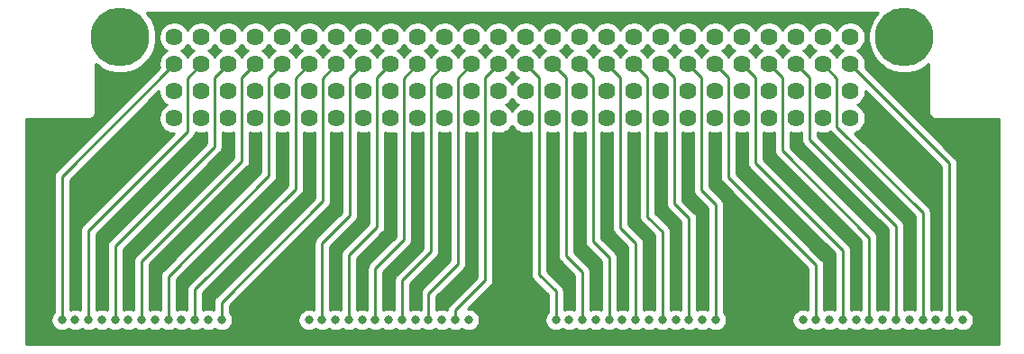
<source format=gbr>
%TF.GenerationSoftware,KiCad,Pcbnew,5.1.6-1.fc32*%
%TF.CreationDate,2020-07-10T21:32:06-03:00*%
%TF.ProjectId,pc104-adapter-top,70633130-342d-4616-9461-707465722d74,v1.0*%
%TF.SameCoordinates,Original*%
%TF.FileFunction,Copper,L3,Inr*%
%TF.FilePolarity,Positive*%
%FSLAX46Y46*%
G04 Gerber Fmt 4.6, Leading zero omitted, Abs format (unit mm)*
G04 Created by KiCad (PCBNEW 5.1.6-1.fc32) date 2020-07-10 21:32:06*
%MOMM*%
%LPD*%
G01*
G04 APERTURE LIST*
%TA.AperFunction,ViaPad*%
%ADD10C,1.620000*%
%TD*%
%TA.AperFunction,ViaPad*%
%ADD11C,5.500000*%
%TD*%
%TA.AperFunction,ViaPad*%
%ADD12C,0.800000*%
%TD*%
%TA.AperFunction,Conductor*%
%ADD13C,0.250000*%
%TD*%
%TA.AperFunction,NonConductor*%
%ADD14C,0.254000*%
%TD*%
G04 APERTURE END LIST*
D10*
%TO.N,/A52*%
%TO.C,J9*%
X168050000Y-80436000D03*
%TO.N,/A51*%
X168050000Y-82976000D03*
%TO.N,/A50*%
X165510000Y-80436000D03*
%TO.N,/A49*%
X165510000Y-82976000D03*
%TO.N,/A48*%
X162970000Y-80436000D03*
%TO.N,/A47*%
X162970000Y-82976000D03*
%TO.N,/A46*%
X160430000Y-80436000D03*
%TO.N,/A45*%
X160430000Y-82976000D03*
%TO.N,/A44*%
X157890000Y-80436000D03*
%TO.N,/A43*%
X157890000Y-82976000D03*
%TO.N,/A42*%
X155350000Y-80436000D03*
%TO.N,/A41*%
X155350000Y-82976000D03*
%TO.N,/A40*%
X152810000Y-80436000D03*
%TO.N,/A39*%
X152810000Y-82976000D03*
%TO.N,/A38*%
X150270000Y-80436000D03*
%TO.N,/A37*%
X150270000Y-82976000D03*
%TO.N,/A36*%
X147730000Y-80436000D03*
%TO.N,/A35*%
X147730000Y-82976000D03*
%TO.N,/A34*%
X145190000Y-80436000D03*
%TO.N,/A33*%
X145190000Y-82976000D03*
%TO.N,/A32*%
X142650000Y-80436000D03*
%TO.N,/A31*%
X142650000Y-82976000D03*
%TO.N,/A30*%
X140110000Y-80436000D03*
%TO.N,/A29*%
X140110000Y-82976000D03*
%TO.N,/A28*%
X137570000Y-80436000D03*
%TO.N,/A27*%
X137570000Y-82976000D03*
%TO.N,/A26*%
X135030000Y-80436000D03*
%TO.N,/A25*%
X135030000Y-82976000D03*
%TO.N,/A24*%
X132490000Y-80436000D03*
%TO.N,/A23*%
X132490000Y-82976000D03*
%TO.N,/A22*%
X129950000Y-80436000D03*
%TO.N,/A21*%
X129950000Y-82976000D03*
%TO.N,/A20*%
X127410000Y-80436000D03*
%TO.N,/A19*%
X127410000Y-82976000D03*
%TO.N,/A18*%
X124870000Y-80436000D03*
%TO.N,/A17*%
X124870000Y-82976000D03*
%TO.N,/A16*%
X122330000Y-80436000D03*
%TO.N,/A15*%
X122330000Y-82976000D03*
%TO.N,/A14*%
X119790000Y-80436000D03*
%TO.N,/A13*%
X119790000Y-82976000D03*
%TO.N,/A12*%
X117250000Y-80436000D03*
%TO.N,/A11*%
X117250000Y-82976000D03*
%TO.N,/A10*%
X114710000Y-80436000D03*
%TO.N,/A9*%
X114710000Y-82976000D03*
%TO.N,/A8*%
X112170000Y-80436000D03*
%TO.N,/A7*%
X112170000Y-82976000D03*
%TO.N,/A6*%
X109630000Y-80436000D03*
%TO.N,/A5*%
X109630000Y-82976000D03*
%TO.N,/A4*%
X107090000Y-80436000D03*
%TO.N,/A3*%
X107090000Y-82976000D03*
%TO.N,/A2*%
X104550000Y-80436000D03*
%TO.N,/A1*%
X104550000Y-82976000D03*
%TD*%
%TO.N,/B52*%
%TO.C,J10*%
X168050000Y-85516000D03*
%TO.N,/B51*%
X168050000Y-88056000D03*
%TO.N,/B50*%
X165510000Y-85516000D03*
%TO.N,/B49*%
X165510000Y-88056000D03*
%TO.N,/B48*%
X162970000Y-85516000D03*
%TO.N,/B47*%
X162970000Y-88056000D03*
%TO.N,/B46*%
X160430000Y-85516000D03*
%TO.N,/B45*%
X160430000Y-88056000D03*
%TO.N,/B44*%
X157890000Y-85516000D03*
%TO.N,/B43*%
X157890000Y-88056000D03*
%TO.N,/B42*%
X155350000Y-85516000D03*
%TO.N,/B41*%
X155350000Y-88056000D03*
%TO.N,/B40*%
X152810000Y-85516000D03*
%TO.N,/B39*%
X152810000Y-88056000D03*
%TO.N,/B38*%
X150270000Y-85516000D03*
%TO.N,/B37*%
X150270000Y-88056000D03*
%TO.N,/B36*%
X147730000Y-85516000D03*
%TO.N,/B35*%
X147730000Y-88056000D03*
%TO.N,/B34*%
X145190000Y-85516000D03*
%TO.N,/B33*%
X145190000Y-88056000D03*
%TO.N,/B32*%
X142650000Y-85516000D03*
%TO.N,/B31*%
X142650000Y-88056000D03*
%TO.N,/B30*%
X140110000Y-85516000D03*
%TO.N,/B29*%
X140110000Y-88056000D03*
%TO.N,/B28*%
X137570000Y-85516000D03*
%TO.N,/B27*%
X137570000Y-88056000D03*
%TO.N,/B26*%
X135030000Y-85516000D03*
%TO.N,/B25*%
X135030000Y-88056000D03*
%TO.N,/B24*%
X132490000Y-85516000D03*
%TO.N,/B23*%
X132490000Y-88056000D03*
%TO.N,/B22*%
X129950000Y-85516000D03*
%TO.N,/B21*%
X129950000Y-88056000D03*
%TO.N,/B20*%
X127410000Y-85516000D03*
%TO.N,/B19*%
X127410000Y-88056000D03*
%TO.N,/B18*%
X124870000Y-85516000D03*
%TO.N,/B17*%
X124870000Y-88056000D03*
%TO.N,/B16*%
X122330000Y-85516000D03*
%TO.N,/B15*%
X122330000Y-88056000D03*
%TO.N,/B14*%
X119790000Y-85516000D03*
%TO.N,/B13*%
X119790000Y-88056000D03*
%TO.N,/B12*%
X117250000Y-85516000D03*
%TO.N,/B11*%
X117250000Y-88056000D03*
%TO.N,/B10*%
X114710000Y-85516000D03*
%TO.N,/B9*%
X114710000Y-88056000D03*
%TO.N,/B8*%
X112170000Y-85516000D03*
%TO.N,/B7*%
X112170000Y-88056000D03*
%TO.N,/B6*%
X109630000Y-85516000D03*
%TO.N,/B5*%
X109630000Y-88056000D03*
%TO.N,/B4*%
X107090000Y-85516000D03*
%TO.N,/B3*%
X107090000Y-88056000D03*
%TO.N,/B2*%
X104550000Y-85516000D03*
%TO.N,/B1*%
X104550000Y-88056000D03*
%TD*%
D11*
%TO.N,GND*%
%TO.C,H2*%
X173140000Y-80436000D03*
%TD*%
%TO.N,GND*%
%TO.C,H1*%
X99460000Y-80436000D03*
%TD*%
D12*
%TO.N,/A13*%
X109000000Y-107000000D03*
%TO.N,/A12*%
X107750000Y-107000000D03*
%TO.N,/A11*%
X106500000Y-107000000D03*
%TO.N,/A10*%
X105250000Y-107000000D03*
%TO.N,/A9*%
X104000000Y-107000000D03*
%TO.N,/A8*%
X102750000Y-107000000D03*
%TO.N,/A7*%
X101500000Y-107000000D03*
%TO.N,/A6*%
X100250000Y-107000000D03*
%TO.N,/A5*%
X99000000Y-107000000D03*
%TO.N,/A4*%
X97750000Y-107000000D03*
%TO.N,/A3*%
X96500000Y-107000000D03*
%TO.N,/A2*%
X95250000Y-107000000D03*
%TO.N,/A1*%
X94000000Y-107000000D03*
%TO.N,/A26*%
X132200000Y-107000000D03*
%TO.N,/A25*%
X130950000Y-107000000D03*
%TO.N,/A24*%
X129700000Y-107000000D03*
%TO.N,/A23*%
X128450000Y-107000000D03*
%TO.N,/A22*%
X127200000Y-107000000D03*
%TO.N,/A21*%
X125950000Y-107000000D03*
%TO.N,/A20*%
X124700000Y-107000000D03*
%TO.N,/A19*%
X123450000Y-107000000D03*
%TO.N,/A18*%
X122200000Y-107000000D03*
%TO.N,/A17*%
X120950000Y-107000000D03*
%TO.N,/A16*%
X119700000Y-107000000D03*
%TO.N,/A15*%
X118450000Y-107000000D03*
%TO.N,/A14*%
X117200000Y-107000000D03*
%TO.N,/A39*%
X155400000Y-107000000D03*
%TO.N,/A38*%
X154150000Y-107000000D03*
%TO.N,/A37*%
X152900000Y-107000000D03*
%TO.N,/A36*%
X151650000Y-107000000D03*
%TO.N,/A35*%
X150400000Y-107000000D03*
%TO.N,/A34*%
X149150000Y-107000000D03*
%TO.N,/A33*%
X147900000Y-107000000D03*
%TO.N,/A32*%
X146650000Y-107000000D03*
%TO.N,/A31*%
X145400000Y-107000000D03*
%TO.N,/A30*%
X144150000Y-107000000D03*
%TO.N,/A29*%
X142900000Y-107000000D03*
%TO.N,/A28*%
X141650000Y-107000000D03*
%TO.N,/A27*%
X140400000Y-107000000D03*
%TO.N,/A52*%
X178600000Y-107000000D03*
%TO.N,/A51*%
X177350000Y-107000000D03*
%TO.N,/A50*%
X176100000Y-107000000D03*
%TO.N,/A49*%
X174850000Y-107000000D03*
%TO.N,/A48*%
X173600000Y-107000000D03*
%TO.N,/A47*%
X172350000Y-107000000D03*
%TO.N,/A46*%
X171100000Y-107000000D03*
%TO.N,/A45*%
X169850000Y-107000000D03*
%TO.N,/A44*%
X168600000Y-107000000D03*
%TO.N,/A43*%
X167350000Y-107000000D03*
%TO.N,/A42*%
X166100000Y-107000000D03*
%TO.N,/A41*%
X164850000Y-107000000D03*
%TO.N,/A40*%
X163600000Y-107000000D03*
%TD*%
D13*
%TO.N,/A13*%
X109000000Y-107000000D02*
X109000000Y-105350000D01*
X109000000Y-105350000D02*
X118500000Y-95850000D01*
X118500000Y-84266000D02*
X119790000Y-82976000D01*
X118500000Y-95850000D02*
X118500000Y-84266000D01*
%TO.N,/A11*%
X106500000Y-107000000D02*
X106500000Y-104150000D01*
X106500000Y-104150000D02*
X115950000Y-94700000D01*
X115950000Y-84276000D02*
X117250000Y-82976000D01*
X115950000Y-94700000D02*
X115950000Y-84276000D01*
%TO.N,/A9*%
X104000000Y-107000000D02*
X104000000Y-102900000D01*
X104000000Y-102900000D02*
X113450000Y-93450000D01*
X113450000Y-84236000D02*
X114710000Y-82976000D01*
X113450000Y-93450000D02*
X113450000Y-84236000D01*
%TO.N,/A7*%
X101500000Y-107000000D02*
X101500000Y-101450000D01*
X101500000Y-101450000D02*
X110900000Y-92050000D01*
X110900000Y-84246000D02*
X112170000Y-82976000D01*
X110900000Y-92050000D02*
X110900000Y-84246000D01*
%TO.N,/A5*%
X99000000Y-107000000D02*
X99000000Y-100050000D01*
X99000000Y-100050000D02*
X108350000Y-90700000D01*
X108350000Y-84256000D02*
X109630000Y-82976000D01*
X108350000Y-90700000D02*
X108350000Y-84256000D01*
%TO.N,/A3*%
X96500000Y-107000000D02*
X96500000Y-98600000D01*
X96500000Y-98600000D02*
X105800000Y-89300000D01*
X105800000Y-84266000D02*
X107090000Y-82976000D01*
X105800000Y-89300000D02*
X105800000Y-84266000D01*
%TO.N,/A1*%
X94000000Y-93526000D02*
X104550000Y-82976000D01*
X94000000Y-107000000D02*
X94000000Y-93526000D01*
%TO.N,/A25*%
X130950000Y-107000000D02*
X130950000Y-106100000D01*
X130950000Y-106100000D02*
X133750000Y-103300000D01*
X133750000Y-84256000D02*
X135030000Y-82976000D01*
X133750000Y-103300000D02*
X133750000Y-84256000D01*
%TO.N,/A23*%
X128450000Y-107000000D02*
X128450000Y-104500000D01*
X128450000Y-104500000D02*
X131200000Y-101750000D01*
X131200000Y-84266000D02*
X132490000Y-82976000D01*
X131200000Y-101750000D02*
X131200000Y-84266000D01*
%TO.N,/A21*%
X125950000Y-107000000D02*
X125950000Y-103300000D01*
X125950000Y-103300000D02*
X128650000Y-100600000D01*
X128650000Y-84276000D02*
X129950000Y-82976000D01*
X128650000Y-100600000D02*
X128650000Y-84276000D01*
%TO.N,/A19*%
X123450000Y-107000000D02*
X123450000Y-102150000D01*
X123450000Y-102150000D02*
X126100000Y-99500000D01*
X126100000Y-84286000D02*
X127410000Y-82976000D01*
X126100000Y-99500000D02*
X126100000Y-84286000D01*
%TO.N,/A17*%
X120950000Y-107000000D02*
X120950000Y-100900000D01*
X120950000Y-100900000D02*
X123600000Y-98250000D01*
X123600000Y-84246000D02*
X124870000Y-82976000D01*
X123600000Y-98250000D02*
X123600000Y-84246000D01*
%TO.N,/A15*%
X118450000Y-107000000D02*
X118450000Y-99800000D01*
X118450000Y-99800000D02*
X121050000Y-97200000D01*
X121050000Y-84256000D02*
X122330000Y-82976000D01*
X121050000Y-97200000D02*
X121050000Y-84256000D01*
%TO.N,/A39*%
X155400000Y-107000000D02*
X155400000Y-96150000D01*
X155400000Y-96150000D02*
X154050000Y-94800000D01*
X154050000Y-84216000D02*
X152810000Y-82976000D01*
X154050000Y-94800000D02*
X154050000Y-84216000D01*
%TO.N,/A37*%
X152900000Y-107000000D02*
X152900000Y-97450000D01*
X152900000Y-97450000D02*
X151550000Y-96100000D01*
X151550000Y-84256000D02*
X150270000Y-82976000D01*
X151550000Y-96100000D02*
X151550000Y-84256000D01*
%TO.N,/A35*%
X150400000Y-107000000D02*
X150400000Y-98700000D01*
X150400000Y-98700000D02*
X149000000Y-97300000D01*
X149000000Y-84246000D02*
X147730000Y-82976000D01*
X149000000Y-97300000D02*
X149000000Y-84246000D01*
%TO.N,/A33*%
X147900000Y-107000000D02*
X147900000Y-99800000D01*
X147900000Y-99800000D02*
X146450000Y-98350000D01*
X146450000Y-84236000D02*
X145190000Y-82976000D01*
X146450000Y-98350000D02*
X146450000Y-84236000D01*
%TO.N,/A31*%
X145400000Y-107000000D02*
X145400000Y-101150000D01*
X145400000Y-101150000D02*
X143900000Y-99650000D01*
X143900000Y-84226000D02*
X142650000Y-82976000D01*
X143900000Y-99650000D02*
X143900000Y-84226000D01*
%TO.N,/A29*%
X142900000Y-107000000D02*
X142900000Y-102500000D01*
X142900000Y-102500000D02*
X141350000Y-100950000D01*
X141350000Y-84216000D02*
X140110000Y-82976000D01*
X141350000Y-100950000D02*
X141350000Y-84216000D01*
%TO.N,/A27*%
X140400000Y-107000000D02*
X140400000Y-104300000D01*
X140400000Y-104300000D02*
X138850000Y-102750000D01*
X138850000Y-84256000D02*
X137570000Y-82976000D01*
X138850000Y-102750000D02*
X138850000Y-84256000D01*
%TO.N,/A51*%
X177350000Y-92276000D02*
X168050000Y-82976000D01*
X177350000Y-107000000D02*
X177350000Y-92276000D01*
%TO.N,/A49*%
X174850000Y-107000000D02*
X174850000Y-96900000D01*
X174850000Y-96900000D02*
X166800000Y-88850000D01*
X166800000Y-84266000D02*
X165510000Y-82976000D01*
X166800000Y-88850000D02*
X166800000Y-84266000D01*
%TO.N,/A47*%
X172350000Y-107000000D02*
X172350000Y-98150000D01*
X172350000Y-98150000D02*
X164250000Y-90050000D01*
X164250000Y-84256000D02*
X162970000Y-82976000D01*
X164250000Y-90050000D02*
X164250000Y-84256000D01*
%TO.N,/A45*%
X169850000Y-107000000D02*
X169850000Y-99250000D01*
X169850000Y-99250000D02*
X161700000Y-91100000D01*
X161700000Y-84246000D02*
X160430000Y-82976000D01*
X161700000Y-91100000D02*
X161700000Y-84246000D01*
%TO.N,/A43*%
X167350000Y-107000000D02*
X167350000Y-100450000D01*
X167350000Y-100450000D02*
X159150000Y-92250000D01*
X159150000Y-84236000D02*
X157890000Y-82976000D01*
X159150000Y-92250000D02*
X159150000Y-84236000D01*
%TO.N,/A41*%
X164850000Y-107000000D02*
X164850000Y-101850000D01*
X164850000Y-101850000D02*
X156600000Y-93600000D01*
X156600000Y-84226000D02*
X155350000Y-82976000D01*
X156600000Y-93600000D02*
X156600000Y-84226000D01*
%TD*%
D14*
G36*
X170510698Y-78278188D02*
G01*
X170140252Y-78832601D01*
X169885083Y-79448632D01*
X169755000Y-80102607D01*
X169755000Y-80769393D01*
X169885083Y-81423368D01*
X170140252Y-82039399D01*
X170510698Y-82593812D01*
X170982188Y-83065302D01*
X171536601Y-83435748D01*
X172152632Y-83690917D01*
X172806607Y-83821000D01*
X173473393Y-83821000D01*
X174127368Y-83690917D01*
X174743399Y-83435748D01*
X175297812Y-83065302D01*
X175430001Y-82933113D01*
X175430001Y-87401113D01*
X175426565Y-87436000D01*
X175440273Y-87575184D01*
X175480872Y-87709020D01*
X175546800Y-87832363D01*
X175635525Y-87940475D01*
X175743637Y-88029200D01*
X175866980Y-88095128D01*
X176000816Y-88135727D01*
X176105123Y-88146000D01*
X176140000Y-88149435D01*
X176174877Y-88146000D01*
X181990001Y-88146000D01*
X181990000Y-109290000D01*
X90610000Y-109290000D01*
X90610000Y-106898061D01*
X92965000Y-106898061D01*
X92965000Y-107101939D01*
X93004774Y-107301898D01*
X93082795Y-107490256D01*
X93196063Y-107659774D01*
X93340226Y-107803937D01*
X93509744Y-107917205D01*
X93698102Y-107995226D01*
X93898061Y-108035000D01*
X94101939Y-108035000D01*
X94301898Y-107995226D01*
X94490256Y-107917205D01*
X94625000Y-107827172D01*
X94759744Y-107917205D01*
X94948102Y-107995226D01*
X95148061Y-108035000D01*
X95351939Y-108035000D01*
X95551898Y-107995226D01*
X95740256Y-107917205D01*
X95875000Y-107827172D01*
X96009744Y-107917205D01*
X96198102Y-107995226D01*
X96398061Y-108035000D01*
X96601939Y-108035000D01*
X96801898Y-107995226D01*
X96990256Y-107917205D01*
X97125000Y-107827172D01*
X97259744Y-107917205D01*
X97448102Y-107995226D01*
X97648061Y-108035000D01*
X97851939Y-108035000D01*
X98051898Y-107995226D01*
X98240256Y-107917205D01*
X98375000Y-107827172D01*
X98509744Y-107917205D01*
X98698102Y-107995226D01*
X98898061Y-108035000D01*
X99101939Y-108035000D01*
X99301898Y-107995226D01*
X99490256Y-107917205D01*
X99625000Y-107827172D01*
X99759744Y-107917205D01*
X99948102Y-107995226D01*
X100148061Y-108035000D01*
X100351939Y-108035000D01*
X100551898Y-107995226D01*
X100740256Y-107917205D01*
X100875000Y-107827172D01*
X101009744Y-107917205D01*
X101198102Y-107995226D01*
X101398061Y-108035000D01*
X101601939Y-108035000D01*
X101801898Y-107995226D01*
X101990256Y-107917205D01*
X102125000Y-107827172D01*
X102259744Y-107917205D01*
X102448102Y-107995226D01*
X102648061Y-108035000D01*
X102851939Y-108035000D01*
X103051898Y-107995226D01*
X103240256Y-107917205D01*
X103375000Y-107827172D01*
X103509744Y-107917205D01*
X103698102Y-107995226D01*
X103898061Y-108035000D01*
X104101939Y-108035000D01*
X104301898Y-107995226D01*
X104490256Y-107917205D01*
X104625000Y-107827172D01*
X104759744Y-107917205D01*
X104948102Y-107995226D01*
X105148061Y-108035000D01*
X105351939Y-108035000D01*
X105551898Y-107995226D01*
X105740256Y-107917205D01*
X105875000Y-107827172D01*
X106009744Y-107917205D01*
X106198102Y-107995226D01*
X106398061Y-108035000D01*
X106601939Y-108035000D01*
X106801898Y-107995226D01*
X106990256Y-107917205D01*
X107125000Y-107827172D01*
X107259744Y-107917205D01*
X107448102Y-107995226D01*
X107648061Y-108035000D01*
X107851939Y-108035000D01*
X108051898Y-107995226D01*
X108240256Y-107917205D01*
X108375000Y-107827172D01*
X108509744Y-107917205D01*
X108698102Y-107995226D01*
X108898061Y-108035000D01*
X109101939Y-108035000D01*
X109301898Y-107995226D01*
X109490256Y-107917205D01*
X109659774Y-107803937D01*
X109803937Y-107659774D01*
X109917205Y-107490256D01*
X109995226Y-107301898D01*
X110035000Y-107101939D01*
X110035000Y-106898061D01*
X109995226Y-106698102D01*
X109917205Y-106509744D01*
X109803937Y-106340226D01*
X109760000Y-106296289D01*
X109760000Y-105664801D01*
X119011004Y-96413798D01*
X119040001Y-96390001D01*
X119134974Y-96274276D01*
X119205546Y-96142247D01*
X119249003Y-95998986D01*
X119260000Y-95887333D01*
X119260000Y-95887323D01*
X119263676Y-95850000D01*
X119260000Y-95812677D01*
X119260000Y-89400524D01*
X119368509Y-89445470D01*
X119647680Y-89501000D01*
X119932320Y-89501000D01*
X120211491Y-89445470D01*
X120290001Y-89412950D01*
X120290000Y-96885198D01*
X117938998Y-99236201D01*
X117910000Y-99259999D01*
X117886202Y-99288997D01*
X117886201Y-99288998D01*
X117815026Y-99375724D01*
X117744454Y-99507754D01*
X117714180Y-99607558D01*
X117701614Y-99648985D01*
X117700998Y-99651015D01*
X117686324Y-99800000D01*
X117690001Y-99837332D01*
X117690000Y-106082689D01*
X117501898Y-106004774D01*
X117301939Y-105965000D01*
X117098061Y-105965000D01*
X116898102Y-106004774D01*
X116709744Y-106082795D01*
X116540226Y-106196063D01*
X116396063Y-106340226D01*
X116282795Y-106509744D01*
X116204774Y-106698102D01*
X116165000Y-106898061D01*
X116165000Y-107101939D01*
X116204774Y-107301898D01*
X116282795Y-107490256D01*
X116396063Y-107659774D01*
X116540226Y-107803937D01*
X116709744Y-107917205D01*
X116898102Y-107995226D01*
X117098061Y-108035000D01*
X117301939Y-108035000D01*
X117501898Y-107995226D01*
X117690256Y-107917205D01*
X117825000Y-107827172D01*
X117959744Y-107917205D01*
X118148102Y-107995226D01*
X118348061Y-108035000D01*
X118551939Y-108035000D01*
X118751898Y-107995226D01*
X118940256Y-107917205D01*
X119075000Y-107827172D01*
X119209744Y-107917205D01*
X119398102Y-107995226D01*
X119598061Y-108035000D01*
X119801939Y-108035000D01*
X120001898Y-107995226D01*
X120190256Y-107917205D01*
X120325000Y-107827172D01*
X120459744Y-107917205D01*
X120648102Y-107995226D01*
X120848061Y-108035000D01*
X121051939Y-108035000D01*
X121251898Y-107995226D01*
X121440256Y-107917205D01*
X121575000Y-107827172D01*
X121709744Y-107917205D01*
X121898102Y-107995226D01*
X122098061Y-108035000D01*
X122301939Y-108035000D01*
X122501898Y-107995226D01*
X122690256Y-107917205D01*
X122825000Y-107827172D01*
X122959744Y-107917205D01*
X123148102Y-107995226D01*
X123348061Y-108035000D01*
X123551939Y-108035000D01*
X123751898Y-107995226D01*
X123940256Y-107917205D01*
X124075000Y-107827172D01*
X124209744Y-107917205D01*
X124398102Y-107995226D01*
X124598061Y-108035000D01*
X124801939Y-108035000D01*
X125001898Y-107995226D01*
X125190256Y-107917205D01*
X125325000Y-107827172D01*
X125459744Y-107917205D01*
X125648102Y-107995226D01*
X125848061Y-108035000D01*
X126051939Y-108035000D01*
X126251898Y-107995226D01*
X126440256Y-107917205D01*
X126575000Y-107827172D01*
X126709744Y-107917205D01*
X126898102Y-107995226D01*
X127098061Y-108035000D01*
X127301939Y-108035000D01*
X127501898Y-107995226D01*
X127690256Y-107917205D01*
X127825000Y-107827172D01*
X127959744Y-107917205D01*
X128148102Y-107995226D01*
X128348061Y-108035000D01*
X128551939Y-108035000D01*
X128751898Y-107995226D01*
X128940256Y-107917205D01*
X129075000Y-107827172D01*
X129209744Y-107917205D01*
X129398102Y-107995226D01*
X129598061Y-108035000D01*
X129801939Y-108035000D01*
X130001898Y-107995226D01*
X130190256Y-107917205D01*
X130325000Y-107827172D01*
X130459744Y-107917205D01*
X130648102Y-107995226D01*
X130848061Y-108035000D01*
X131051939Y-108035000D01*
X131251898Y-107995226D01*
X131440256Y-107917205D01*
X131575000Y-107827172D01*
X131709744Y-107917205D01*
X131898102Y-107995226D01*
X132098061Y-108035000D01*
X132301939Y-108035000D01*
X132501898Y-107995226D01*
X132690256Y-107917205D01*
X132859774Y-107803937D01*
X133003937Y-107659774D01*
X133117205Y-107490256D01*
X133195226Y-107301898D01*
X133235000Y-107101939D01*
X133235000Y-106898061D01*
X133195226Y-106698102D01*
X133117205Y-106509744D01*
X133003937Y-106340226D01*
X132859774Y-106196063D01*
X132690256Y-106082795D01*
X132501898Y-106004774D01*
X132301939Y-105965000D01*
X132159801Y-105965000D01*
X134261004Y-103863798D01*
X134290001Y-103840001D01*
X134316332Y-103807917D01*
X134384974Y-103724277D01*
X134455546Y-103592247D01*
X134478970Y-103515026D01*
X134499003Y-103448986D01*
X134510000Y-103337333D01*
X134510000Y-103337323D01*
X134513676Y-103300000D01*
X134510000Y-103262677D01*
X134510000Y-89404666D01*
X134608509Y-89445470D01*
X134887680Y-89501000D01*
X135172320Y-89501000D01*
X135451491Y-89445470D01*
X135714464Y-89336543D01*
X135951134Y-89178405D01*
X136152405Y-88977134D01*
X136300000Y-88756243D01*
X136447595Y-88977134D01*
X136648866Y-89178405D01*
X136885536Y-89336543D01*
X137148509Y-89445470D01*
X137427680Y-89501000D01*
X137712320Y-89501000D01*
X137991491Y-89445470D01*
X138090001Y-89404666D01*
X138090000Y-102712678D01*
X138086324Y-102750000D01*
X138090000Y-102787322D01*
X138090000Y-102787332D01*
X138100997Y-102898985D01*
X138133991Y-103007753D01*
X138144454Y-103042246D01*
X138215026Y-103174276D01*
X138229774Y-103192246D01*
X138309999Y-103290001D01*
X138339003Y-103313804D01*
X139640001Y-104614803D01*
X139640000Y-106296289D01*
X139596063Y-106340226D01*
X139482795Y-106509744D01*
X139404774Y-106698102D01*
X139365000Y-106898061D01*
X139365000Y-107101939D01*
X139404774Y-107301898D01*
X139482795Y-107490256D01*
X139596063Y-107659774D01*
X139740226Y-107803937D01*
X139909744Y-107917205D01*
X140098102Y-107995226D01*
X140298061Y-108035000D01*
X140501939Y-108035000D01*
X140701898Y-107995226D01*
X140890256Y-107917205D01*
X141025000Y-107827172D01*
X141159744Y-107917205D01*
X141348102Y-107995226D01*
X141548061Y-108035000D01*
X141751939Y-108035000D01*
X141951898Y-107995226D01*
X142140256Y-107917205D01*
X142275000Y-107827172D01*
X142409744Y-107917205D01*
X142598102Y-107995226D01*
X142798061Y-108035000D01*
X143001939Y-108035000D01*
X143201898Y-107995226D01*
X143390256Y-107917205D01*
X143525000Y-107827172D01*
X143659744Y-107917205D01*
X143848102Y-107995226D01*
X144048061Y-108035000D01*
X144251939Y-108035000D01*
X144451898Y-107995226D01*
X144640256Y-107917205D01*
X144775000Y-107827172D01*
X144909744Y-107917205D01*
X145098102Y-107995226D01*
X145298061Y-108035000D01*
X145501939Y-108035000D01*
X145701898Y-107995226D01*
X145890256Y-107917205D01*
X146025000Y-107827172D01*
X146159744Y-107917205D01*
X146348102Y-107995226D01*
X146548061Y-108035000D01*
X146751939Y-108035000D01*
X146951898Y-107995226D01*
X147140256Y-107917205D01*
X147275000Y-107827172D01*
X147409744Y-107917205D01*
X147598102Y-107995226D01*
X147798061Y-108035000D01*
X148001939Y-108035000D01*
X148201898Y-107995226D01*
X148390256Y-107917205D01*
X148525000Y-107827172D01*
X148659744Y-107917205D01*
X148848102Y-107995226D01*
X149048061Y-108035000D01*
X149251939Y-108035000D01*
X149451898Y-107995226D01*
X149640256Y-107917205D01*
X149775000Y-107827172D01*
X149909744Y-107917205D01*
X150098102Y-107995226D01*
X150298061Y-108035000D01*
X150501939Y-108035000D01*
X150701898Y-107995226D01*
X150890256Y-107917205D01*
X151025000Y-107827172D01*
X151159744Y-107917205D01*
X151348102Y-107995226D01*
X151548061Y-108035000D01*
X151751939Y-108035000D01*
X151951898Y-107995226D01*
X152140256Y-107917205D01*
X152275000Y-107827172D01*
X152409744Y-107917205D01*
X152598102Y-107995226D01*
X152798061Y-108035000D01*
X153001939Y-108035000D01*
X153201898Y-107995226D01*
X153390256Y-107917205D01*
X153525000Y-107827172D01*
X153659744Y-107917205D01*
X153848102Y-107995226D01*
X154048061Y-108035000D01*
X154251939Y-108035000D01*
X154451898Y-107995226D01*
X154640256Y-107917205D01*
X154775000Y-107827172D01*
X154909744Y-107917205D01*
X155098102Y-107995226D01*
X155298061Y-108035000D01*
X155501939Y-108035000D01*
X155701898Y-107995226D01*
X155890256Y-107917205D01*
X156059774Y-107803937D01*
X156203937Y-107659774D01*
X156317205Y-107490256D01*
X156395226Y-107301898D01*
X156435000Y-107101939D01*
X156435000Y-106898061D01*
X156395226Y-106698102D01*
X156317205Y-106509744D01*
X156203937Y-106340226D01*
X156160000Y-106296289D01*
X156160000Y-96187322D01*
X156163676Y-96149999D01*
X156160000Y-96112676D01*
X156160000Y-96112667D01*
X156149003Y-96001014D01*
X156105546Y-95857753D01*
X156034974Y-95725724D01*
X155940001Y-95609999D01*
X155911003Y-95586201D01*
X154810000Y-94485199D01*
X154810000Y-89396382D01*
X154928509Y-89445470D01*
X155207680Y-89501000D01*
X155492320Y-89501000D01*
X155771491Y-89445470D01*
X155840000Y-89417092D01*
X155840000Y-93562678D01*
X155836324Y-93600000D01*
X155840000Y-93637322D01*
X155840000Y-93637332D01*
X155850997Y-93748985D01*
X155872007Y-93818246D01*
X155894454Y-93892246D01*
X155965026Y-94024276D01*
X155998470Y-94065027D01*
X156059999Y-94140001D01*
X156089003Y-94163804D01*
X164090001Y-102164803D01*
X164090000Y-106082689D01*
X163901898Y-106004774D01*
X163701939Y-105965000D01*
X163498061Y-105965000D01*
X163298102Y-106004774D01*
X163109744Y-106082795D01*
X162940226Y-106196063D01*
X162796063Y-106340226D01*
X162682795Y-106509744D01*
X162604774Y-106698102D01*
X162565000Y-106898061D01*
X162565000Y-107101939D01*
X162604774Y-107301898D01*
X162682795Y-107490256D01*
X162796063Y-107659774D01*
X162940226Y-107803937D01*
X163109744Y-107917205D01*
X163298102Y-107995226D01*
X163498061Y-108035000D01*
X163701939Y-108035000D01*
X163901898Y-107995226D01*
X164090256Y-107917205D01*
X164225000Y-107827172D01*
X164359744Y-107917205D01*
X164548102Y-107995226D01*
X164748061Y-108035000D01*
X164951939Y-108035000D01*
X165151898Y-107995226D01*
X165340256Y-107917205D01*
X165475000Y-107827172D01*
X165609744Y-107917205D01*
X165798102Y-107995226D01*
X165998061Y-108035000D01*
X166201939Y-108035000D01*
X166401898Y-107995226D01*
X166590256Y-107917205D01*
X166725000Y-107827172D01*
X166859744Y-107917205D01*
X167048102Y-107995226D01*
X167248061Y-108035000D01*
X167451939Y-108035000D01*
X167651898Y-107995226D01*
X167840256Y-107917205D01*
X167975000Y-107827172D01*
X168109744Y-107917205D01*
X168298102Y-107995226D01*
X168498061Y-108035000D01*
X168701939Y-108035000D01*
X168901898Y-107995226D01*
X169090256Y-107917205D01*
X169225000Y-107827172D01*
X169359744Y-107917205D01*
X169548102Y-107995226D01*
X169748061Y-108035000D01*
X169951939Y-108035000D01*
X170151898Y-107995226D01*
X170340256Y-107917205D01*
X170475000Y-107827172D01*
X170609744Y-107917205D01*
X170798102Y-107995226D01*
X170998061Y-108035000D01*
X171201939Y-108035000D01*
X171401898Y-107995226D01*
X171590256Y-107917205D01*
X171725000Y-107827172D01*
X171859744Y-107917205D01*
X172048102Y-107995226D01*
X172248061Y-108035000D01*
X172451939Y-108035000D01*
X172651898Y-107995226D01*
X172840256Y-107917205D01*
X172975000Y-107827172D01*
X173109744Y-107917205D01*
X173298102Y-107995226D01*
X173498061Y-108035000D01*
X173701939Y-108035000D01*
X173901898Y-107995226D01*
X174090256Y-107917205D01*
X174225000Y-107827172D01*
X174359744Y-107917205D01*
X174548102Y-107995226D01*
X174748061Y-108035000D01*
X174951939Y-108035000D01*
X175151898Y-107995226D01*
X175340256Y-107917205D01*
X175475000Y-107827172D01*
X175609744Y-107917205D01*
X175798102Y-107995226D01*
X175998061Y-108035000D01*
X176201939Y-108035000D01*
X176401898Y-107995226D01*
X176590256Y-107917205D01*
X176725000Y-107827172D01*
X176859744Y-107917205D01*
X177048102Y-107995226D01*
X177248061Y-108035000D01*
X177451939Y-108035000D01*
X177651898Y-107995226D01*
X177840256Y-107917205D01*
X177975000Y-107827172D01*
X178109744Y-107917205D01*
X178298102Y-107995226D01*
X178498061Y-108035000D01*
X178701939Y-108035000D01*
X178901898Y-107995226D01*
X179090256Y-107917205D01*
X179259774Y-107803937D01*
X179403937Y-107659774D01*
X179517205Y-107490256D01*
X179595226Y-107301898D01*
X179635000Y-107101939D01*
X179635000Y-106898061D01*
X179595226Y-106698102D01*
X179517205Y-106509744D01*
X179403937Y-106340226D01*
X179259774Y-106196063D01*
X179090256Y-106082795D01*
X178901898Y-106004774D01*
X178701939Y-105965000D01*
X178498061Y-105965000D01*
X178298102Y-106004774D01*
X178110000Y-106082689D01*
X178110000Y-92313322D01*
X178113676Y-92275999D01*
X178110000Y-92238676D01*
X178110000Y-92238667D01*
X178099003Y-92127014D01*
X178055546Y-91983753D01*
X178011321Y-91901015D01*
X177984974Y-91851723D01*
X177913799Y-91764997D01*
X177890001Y-91735999D01*
X177861003Y-91712201D01*
X169457193Y-83308392D01*
X169495000Y-83118320D01*
X169495000Y-82833680D01*
X169439470Y-82554509D01*
X169330543Y-82291536D01*
X169172405Y-82054866D01*
X168971134Y-81853595D01*
X168750243Y-81706000D01*
X168971134Y-81558405D01*
X169172405Y-81357134D01*
X169330543Y-81120464D01*
X169439470Y-80857491D01*
X169495000Y-80578320D01*
X169495000Y-80293680D01*
X169439470Y-80014509D01*
X169330543Y-79751536D01*
X169172405Y-79514866D01*
X168971134Y-79313595D01*
X168734464Y-79155457D01*
X168471491Y-79046530D01*
X168192320Y-78991000D01*
X167907680Y-78991000D01*
X167628509Y-79046530D01*
X167365536Y-79155457D01*
X167128866Y-79313595D01*
X166927595Y-79514866D01*
X166780000Y-79735757D01*
X166632405Y-79514866D01*
X166431134Y-79313595D01*
X166194464Y-79155457D01*
X165931491Y-79046530D01*
X165652320Y-78991000D01*
X165367680Y-78991000D01*
X165088509Y-79046530D01*
X164825536Y-79155457D01*
X164588866Y-79313595D01*
X164387595Y-79514866D01*
X164240000Y-79735757D01*
X164092405Y-79514866D01*
X163891134Y-79313595D01*
X163654464Y-79155457D01*
X163391491Y-79046530D01*
X163112320Y-78991000D01*
X162827680Y-78991000D01*
X162548509Y-79046530D01*
X162285536Y-79155457D01*
X162048866Y-79313595D01*
X161847595Y-79514866D01*
X161700000Y-79735757D01*
X161552405Y-79514866D01*
X161351134Y-79313595D01*
X161114464Y-79155457D01*
X160851491Y-79046530D01*
X160572320Y-78991000D01*
X160287680Y-78991000D01*
X160008509Y-79046530D01*
X159745536Y-79155457D01*
X159508866Y-79313595D01*
X159307595Y-79514866D01*
X159160000Y-79735757D01*
X159012405Y-79514866D01*
X158811134Y-79313595D01*
X158574464Y-79155457D01*
X158311491Y-79046530D01*
X158032320Y-78991000D01*
X157747680Y-78991000D01*
X157468509Y-79046530D01*
X157205536Y-79155457D01*
X156968866Y-79313595D01*
X156767595Y-79514866D01*
X156620000Y-79735757D01*
X156472405Y-79514866D01*
X156271134Y-79313595D01*
X156034464Y-79155457D01*
X155771491Y-79046530D01*
X155492320Y-78991000D01*
X155207680Y-78991000D01*
X154928509Y-79046530D01*
X154665536Y-79155457D01*
X154428866Y-79313595D01*
X154227595Y-79514866D01*
X154080000Y-79735757D01*
X153932405Y-79514866D01*
X153731134Y-79313595D01*
X153494464Y-79155457D01*
X153231491Y-79046530D01*
X152952320Y-78991000D01*
X152667680Y-78991000D01*
X152388509Y-79046530D01*
X152125536Y-79155457D01*
X151888866Y-79313595D01*
X151687595Y-79514866D01*
X151540000Y-79735757D01*
X151392405Y-79514866D01*
X151191134Y-79313595D01*
X150954464Y-79155457D01*
X150691491Y-79046530D01*
X150412320Y-78991000D01*
X150127680Y-78991000D01*
X149848509Y-79046530D01*
X149585536Y-79155457D01*
X149348866Y-79313595D01*
X149147595Y-79514866D01*
X149000000Y-79735757D01*
X148852405Y-79514866D01*
X148651134Y-79313595D01*
X148414464Y-79155457D01*
X148151491Y-79046530D01*
X147872320Y-78991000D01*
X147587680Y-78991000D01*
X147308509Y-79046530D01*
X147045536Y-79155457D01*
X146808866Y-79313595D01*
X146607595Y-79514866D01*
X146460000Y-79735757D01*
X146312405Y-79514866D01*
X146111134Y-79313595D01*
X145874464Y-79155457D01*
X145611491Y-79046530D01*
X145332320Y-78991000D01*
X145047680Y-78991000D01*
X144768509Y-79046530D01*
X144505536Y-79155457D01*
X144268866Y-79313595D01*
X144067595Y-79514866D01*
X143920000Y-79735757D01*
X143772405Y-79514866D01*
X143571134Y-79313595D01*
X143334464Y-79155457D01*
X143071491Y-79046530D01*
X142792320Y-78991000D01*
X142507680Y-78991000D01*
X142228509Y-79046530D01*
X141965536Y-79155457D01*
X141728866Y-79313595D01*
X141527595Y-79514866D01*
X141380000Y-79735757D01*
X141232405Y-79514866D01*
X141031134Y-79313595D01*
X140794464Y-79155457D01*
X140531491Y-79046530D01*
X140252320Y-78991000D01*
X139967680Y-78991000D01*
X139688509Y-79046530D01*
X139425536Y-79155457D01*
X139188866Y-79313595D01*
X138987595Y-79514866D01*
X138840000Y-79735757D01*
X138692405Y-79514866D01*
X138491134Y-79313595D01*
X138254464Y-79155457D01*
X137991491Y-79046530D01*
X137712320Y-78991000D01*
X137427680Y-78991000D01*
X137148509Y-79046530D01*
X136885536Y-79155457D01*
X136648866Y-79313595D01*
X136447595Y-79514866D01*
X136300000Y-79735757D01*
X136152405Y-79514866D01*
X135951134Y-79313595D01*
X135714464Y-79155457D01*
X135451491Y-79046530D01*
X135172320Y-78991000D01*
X134887680Y-78991000D01*
X134608509Y-79046530D01*
X134345536Y-79155457D01*
X134108866Y-79313595D01*
X133907595Y-79514866D01*
X133760000Y-79735757D01*
X133612405Y-79514866D01*
X133411134Y-79313595D01*
X133174464Y-79155457D01*
X132911491Y-79046530D01*
X132632320Y-78991000D01*
X132347680Y-78991000D01*
X132068509Y-79046530D01*
X131805536Y-79155457D01*
X131568866Y-79313595D01*
X131367595Y-79514866D01*
X131220000Y-79735757D01*
X131072405Y-79514866D01*
X130871134Y-79313595D01*
X130634464Y-79155457D01*
X130371491Y-79046530D01*
X130092320Y-78991000D01*
X129807680Y-78991000D01*
X129528509Y-79046530D01*
X129265536Y-79155457D01*
X129028866Y-79313595D01*
X128827595Y-79514866D01*
X128680000Y-79735757D01*
X128532405Y-79514866D01*
X128331134Y-79313595D01*
X128094464Y-79155457D01*
X127831491Y-79046530D01*
X127552320Y-78991000D01*
X127267680Y-78991000D01*
X126988509Y-79046530D01*
X126725536Y-79155457D01*
X126488866Y-79313595D01*
X126287595Y-79514866D01*
X126140000Y-79735757D01*
X125992405Y-79514866D01*
X125791134Y-79313595D01*
X125554464Y-79155457D01*
X125291491Y-79046530D01*
X125012320Y-78991000D01*
X124727680Y-78991000D01*
X124448509Y-79046530D01*
X124185536Y-79155457D01*
X123948866Y-79313595D01*
X123747595Y-79514866D01*
X123600000Y-79735757D01*
X123452405Y-79514866D01*
X123251134Y-79313595D01*
X123014464Y-79155457D01*
X122751491Y-79046530D01*
X122472320Y-78991000D01*
X122187680Y-78991000D01*
X121908509Y-79046530D01*
X121645536Y-79155457D01*
X121408866Y-79313595D01*
X121207595Y-79514866D01*
X121060000Y-79735757D01*
X120912405Y-79514866D01*
X120711134Y-79313595D01*
X120474464Y-79155457D01*
X120211491Y-79046530D01*
X119932320Y-78991000D01*
X119647680Y-78991000D01*
X119368509Y-79046530D01*
X119105536Y-79155457D01*
X118868866Y-79313595D01*
X118667595Y-79514866D01*
X118520000Y-79735757D01*
X118372405Y-79514866D01*
X118171134Y-79313595D01*
X117934464Y-79155457D01*
X117671491Y-79046530D01*
X117392320Y-78991000D01*
X117107680Y-78991000D01*
X116828509Y-79046530D01*
X116565536Y-79155457D01*
X116328866Y-79313595D01*
X116127595Y-79514866D01*
X115980000Y-79735757D01*
X115832405Y-79514866D01*
X115631134Y-79313595D01*
X115394464Y-79155457D01*
X115131491Y-79046530D01*
X114852320Y-78991000D01*
X114567680Y-78991000D01*
X114288509Y-79046530D01*
X114025536Y-79155457D01*
X113788866Y-79313595D01*
X113587595Y-79514866D01*
X113440000Y-79735757D01*
X113292405Y-79514866D01*
X113091134Y-79313595D01*
X112854464Y-79155457D01*
X112591491Y-79046530D01*
X112312320Y-78991000D01*
X112027680Y-78991000D01*
X111748509Y-79046530D01*
X111485536Y-79155457D01*
X111248866Y-79313595D01*
X111047595Y-79514866D01*
X110900000Y-79735757D01*
X110752405Y-79514866D01*
X110551134Y-79313595D01*
X110314464Y-79155457D01*
X110051491Y-79046530D01*
X109772320Y-78991000D01*
X109487680Y-78991000D01*
X109208509Y-79046530D01*
X108945536Y-79155457D01*
X108708866Y-79313595D01*
X108507595Y-79514866D01*
X108360000Y-79735757D01*
X108212405Y-79514866D01*
X108011134Y-79313595D01*
X107774464Y-79155457D01*
X107511491Y-79046530D01*
X107232320Y-78991000D01*
X106947680Y-78991000D01*
X106668509Y-79046530D01*
X106405536Y-79155457D01*
X106168866Y-79313595D01*
X105967595Y-79514866D01*
X105820000Y-79735757D01*
X105672405Y-79514866D01*
X105471134Y-79313595D01*
X105234464Y-79155457D01*
X104971491Y-79046530D01*
X104692320Y-78991000D01*
X104407680Y-78991000D01*
X104128509Y-79046530D01*
X103865536Y-79155457D01*
X103628866Y-79313595D01*
X103427595Y-79514866D01*
X103269457Y-79751536D01*
X103160530Y-80014509D01*
X103105000Y-80293680D01*
X103105000Y-80578320D01*
X103160530Y-80857491D01*
X103269457Y-81120464D01*
X103427595Y-81357134D01*
X103628866Y-81558405D01*
X103849757Y-81706000D01*
X103628866Y-81853595D01*
X103427595Y-82054866D01*
X103269457Y-82291536D01*
X103160530Y-82554509D01*
X103105000Y-82833680D01*
X103105000Y-83118320D01*
X103142807Y-83308391D01*
X93488998Y-92962201D01*
X93460000Y-92985999D01*
X93436202Y-93014997D01*
X93436201Y-93014998D01*
X93365026Y-93101724D01*
X93294454Y-93233754D01*
X93272007Y-93307754D01*
X93250998Y-93377014D01*
X93240132Y-93487333D01*
X93236324Y-93526000D01*
X93240001Y-93563332D01*
X93240000Y-106296289D01*
X93196063Y-106340226D01*
X93082795Y-106509744D01*
X93004774Y-106698102D01*
X92965000Y-106898061D01*
X90610000Y-106898061D01*
X90610000Y-88146000D01*
X96425123Y-88146000D01*
X96460000Y-88149435D01*
X96494877Y-88146000D01*
X96510575Y-88144454D01*
X96599184Y-88135727D01*
X96733020Y-88095128D01*
X96856363Y-88029200D01*
X96964475Y-87940475D01*
X97053200Y-87832363D01*
X97119128Y-87709020D01*
X97159727Y-87575184D01*
X97170000Y-87470877D01*
X97173435Y-87436000D01*
X97170000Y-87401123D01*
X97170000Y-82933114D01*
X97302188Y-83065302D01*
X97856601Y-83435748D01*
X98472632Y-83690917D01*
X99126607Y-83821000D01*
X99793393Y-83821000D01*
X100447368Y-83690917D01*
X101063399Y-83435748D01*
X101617812Y-83065302D01*
X102089302Y-82593812D01*
X102459748Y-82039399D01*
X102714917Y-81423368D01*
X102845000Y-80769393D01*
X102845000Y-80102607D01*
X102714917Y-79448632D01*
X102459748Y-78832601D01*
X102089302Y-78278188D01*
X101957114Y-78146000D01*
X170642886Y-78146000D01*
X170510698Y-78278188D01*
G37*
X170510698Y-78278188D02*
X170140252Y-78832601D01*
X169885083Y-79448632D01*
X169755000Y-80102607D01*
X169755000Y-80769393D01*
X169885083Y-81423368D01*
X170140252Y-82039399D01*
X170510698Y-82593812D01*
X170982188Y-83065302D01*
X171536601Y-83435748D01*
X172152632Y-83690917D01*
X172806607Y-83821000D01*
X173473393Y-83821000D01*
X174127368Y-83690917D01*
X174743399Y-83435748D01*
X175297812Y-83065302D01*
X175430001Y-82933113D01*
X175430001Y-87401113D01*
X175426565Y-87436000D01*
X175440273Y-87575184D01*
X175480872Y-87709020D01*
X175546800Y-87832363D01*
X175635525Y-87940475D01*
X175743637Y-88029200D01*
X175866980Y-88095128D01*
X176000816Y-88135727D01*
X176105123Y-88146000D01*
X176140000Y-88149435D01*
X176174877Y-88146000D01*
X181990001Y-88146000D01*
X181990000Y-109290000D01*
X90610000Y-109290000D01*
X90610000Y-106898061D01*
X92965000Y-106898061D01*
X92965000Y-107101939D01*
X93004774Y-107301898D01*
X93082795Y-107490256D01*
X93196063Y-107659774D01*
X93340226Y-107803937D01*
X93509744Y-107917205D01*
X93698102Y-107995226D01*
X93898061Y-108035000D01*
X94101939Y-108035000D01*
X94301898Y-107995226D01*
X94490256Y-107917205D01*
X94625000Y-107827172D01*
X94759744Y-107917205D01*
X94948102Y-107995226D01*
X95148061Y-108035000D01*
X95351939Y-108035000D01*
X95551898Y-107995226D01*
X95740256Y-107917205D01*
X95875000Y-107827172D01*
X96009744Y-107917205D01*
X96198102Y-107995226D01*
X96398061Y-108035000D01*
X96601939Y-108035000D01*
X96801898Y-107995226D01*
X96990256Y-107917205D01*
X97125000Y-107827172D01*
X97259744Y-107917205D01*
X97448102Y-107995226D01*
X97648061Y-108035000D01*
X97851939Y-108035000D01*
X98051898Y-107995226D01*
X98240256Y-107917205D01*
X98375000Y-107827172D01*
X98509744Y-107917205D01*
X98698102Y-107995226D01*
X98898061Y-108035000D01*
X99101939Y-108035000D01*
X99301898Y-107995226D01*
X99490256Y-107917205D01*
X99625000Y-107827172D01*
X99759744Y-107917205D01*
X99948102Y-107995226D01*
X100148061Y-108035000D01*
X100351939Y-108035000D01*
X100551898Y-107995226D01*
X100740256Y-107917205D01*
X100875000Y-107827172D01*
X101009744Y-107917205D01*
X101198102Y-107995226D01*
X101398061Y-108035000D01*
X101601939Y-108035000D01*
X101801898Y-107995226D01*
X101990256Y-107917205D01*
X102125000Y-107827172D01*
X102259744Y-107917205D01*
X102448102Y-107995226D01*
X102648061Y-108035000D01*
X102851939Y-108035000D01*
X103051898Y-107995226D01*
X103240256Y-107917205D01*
X103375000Y-107827172D01*
X103509744Y-107917205D01*
X103698102Y-107995226D01*
X103898061Y-108035000D01*
X104101939Y-108035000D01*
X104301898Y-107995226D01*
X104490256Y-107917205D01*
X104625000Y-107827172D01*
X104759744Y-107917205D01*
X104948102Y-107995226D01*
X105148061Y-108035000D01*
X105351939Y-108035000D01*
X105551898Y-107995226D01*
X105740256Y-107917205D01*
X105875000Y-107827172D01*
X106009744Y-107917205D01*
X106198102Y-107995226D01*
X106398061Y-108035000D01*
X106601939Y-108035000D01*
X106801898Y-107995226D01*
X106990256Y-107917205D01*
X107125000Y-107827172D01*
X107259744Y-107917205D01*
X107448102Y-107995226D01*
X107648061Y-108035000D01*
X107851939Y-108035000D01*
X108051898Y-107995226D01*
X108240256Y-107917205D01*
X108375000Y-107827172D01*
X108509744Y-107917205D01*
X108698102Y-107995226D01*
X108898061Y-108035000D01*
X109101939Y-108035000D01*
X109301898Y-107995226D01*
X109490256Y-107917205D01*
X109659774Y-107803937D01*
X109803937Y-107659774D01*
X109917205Y-107490256D01*
X109995226Y-107301898D01*
X110035000Y-107101939D01*
X110035000Y-106898061D01*
X109995226Y-106698102D01*
X109917205Y-106509744D01*
X109803937Y-106340226D01*
X109760000Y-106296289D01*
X109760000Y-105664801D01*
X119011004Y-96413798D01*
X119040001Y-96390001D01*
X119134974Y-96274276D01*
X119205546Y-96142247D01*
X119249003Y-95998986D01*
X119260000Y-95887333D01*
X119260000Y-95887323D01*
X119263676Y-95850000D01*
X119260000Y-95812677D01*
X119260000Y-89400524D01*
X119368509Y-89445470D01*
X119647680Y-89501000D01*
X119932320Y-89501000D01*
X120211491Y-89445470D01*
X120290001Y-89412950D01*
X120290000Y-96885198D01*
X117938998Y-99236201D01*
X117910000Y-99259999D01*
X117886202Y-99288997D01*
X117886201Y-99288998D01*
X117815026Y-99375724D01*
X117744454Y-99507754D01*
X117714180Y-99607558D01*
X117701614Y-99648985D01*
X117700998Y-99651015D01*
X117686324Y-99800000D01*
X117690001Y-99837332D01*
X117690000Y-106082689D01*
X117501898Y-106004774D01*
X117301939Y-105965000D01*
X117098061Y-105965000D01*
X116898102Y-106004774D01*
X116709744Y-106082795D01*
X116540226Y-106196063D01*
X116396063Y-106340226D01*
X116282795Y-106509744D01*
X116204774Y-106698102D01*
X116165000Y-106898061D01*
X116165000Y-107101939D01*
X116204774Y-107301898D01*
X116282795Y-107490256D01*
X116396063Y-107659774D01*
X116540226Y-107803937D01*
X116709744Y-107917205D01*
X116898102Y-107995226D01*
X117098061Y-108035000D01*
X117301939Y-108035000D01*
X117501898Y-107995226D01*
X117690256Y-107917205D01*
X117825000Y-107827172D01*
X117959744Y-107917205D01*
X118148102Y-107995226D01*
X118348061Y-108035000D01*
X118551939Y-108035000D01*
X118751898Y-107995226D01*
X118940256Y-107917205D01*
X119075000Y-107827172D01*
X119209744Y-107917205D01*
X119398102Y-107995226D01*
X119598061Y-108035000D01*
X119801939Y-108035000D01*
X120001898Y-107995226D01*
X120190256Y-107917205D01*
X120325000Y-107827172D01*
X120459744Y-107917205D01*
X120648102Y-107995226D01*
X120848061Y-108035000D01*
X121051939Y-108035000D01*
X121251898Y-107995226D01*
X121440256Y-107917205D01*
X121575000Y-107827172D01*
X121709744Y-107917205D01*
X121898102Y-107995226D01*
X122098061Y-108035000D01*
X122301939Y-108035000D01*
X122501898Y-107995226D01*
X122690256Y-107917205D01*
X122825000Y-107827172D01*
X122959744Y-107917205D01*
X123148102Y-107995226D01*
X123348061Y-108035000D01*
X123551939Y-108035000D01*
X123751898Y-107995226D01*
X123940256Y-107917205D01*
X124075000Y-107827172D01*
X124209744Y-107917205D01*
X124398102Y-107995226D01*
X124598061Y-108035000D01*
X124801939Y-108035000D01*
X125001898Y-107995226D01*
X125190256Y-107917205D01*
X125325000Y-107827172D01*
X125459744Y-107917205D01*
X125648102Y-107995226D01*
X125848061Y-108035000D01*
X126051939Y-108035000D01*
X126251898Y-107995226D01*
X126440256Y-107917205D01*
X126575000Y-107827172D01*
X126709744Y-107917205D01*
X126898102Y-107995226D01*
X127098061Y-108035000D01*
X127301939Y-108035000D01*
X127501898Y-107995226D01*
X127690256Y-107917205D01*
X127825000Y-107827172D01*
X127959744Y-107917205D01*
X128148102Y-107995226D01*
X128348061Y-108035000D01*
X128551939Y-108035000D01*
X128751898Y-107995226D01*
X128940256Y-107917205D01*
X129075000Y-107827172D01*
X129209744Y-107917205D01*
X129398102Y-107995226D01*
X129598061Y-108035000D01*
X129801939Y-108035000D01*
X130001898Y-107995226D01*
X130190256Y-107917205D01*
X130325000Y-107827172D01*
X130459744Y-107917205D01*
X130648102Y-107995226D01*
X130848061Y-108035000D01*
X131051939Y-108035000D01*
X131251898Y-107995226D01*
X131440256Y-107917205D01*
X131575000Y-107827172D01*
X131709744Y-107917205D01*
X131898102Y-107995226D01*
X132098061Y-108035000D01*
X132301939Y-108035000D01*
X132501898Y-107995226D01*
X132690256Y-107917205D01*
X132859774Y-107803937D01*
X133003937Y-107659774D01*
X133117205Y-107490256D01*
X133195226Y-107301898D01*
X133235000Y-107101939D01*
X133235000Y-106898061D01*
X133195226Y-106698102D01*
X133117205Y-106509744D01*
X133003937Y-106340226D01*
X132859774Y-106196063D01*
X132690256Y-106082795D01*
X132501898Y-106004774D01*
X132301939Y-105965000D01*
X132159801Y-105965000D01*
X134261004Y-103863798D01*
X134290001Y-103840001D01*
X134316332Y-103807917D01*
X134384974Y-103724277D01*
X134455546Y-103592247D01*
X134478970Y-103515026D01*
X134499003Y-103448986D01*
X134510000Y-103337333D01*
X134510000Y-103337323D01*
X134513676Y-103300000D01*
X134510000Y-103262677D01*
X134510000Y-89404666D01*
X134608509Y-89445470D01*
X134887680Y-89501000D01*
X135172320Y-89501000D01*
X135451491Y-89445470D01*
X135714464Y-89336543D01*
X135951134Y-89178405D01*
X136152405Y-88977134D01*
X136300000Y-88756243D01*
X136447595Y-88977134D01*
X136648866Y-89178405D01*
X136885536Y-89336543D01*
X137148509Y-89445470D01*
X137427680Y-89501000D01*
X137712320Y-89501000D01*
X137991491Y-89445470D01*
X138090001Y-89404666D01*
X138090000Y-102712678D01*
X138086324Y-102750000D01*
X138090000Y-102787322D01*
X138090000Y-102787332D01*
X138100997Y-102898985D01*
X138133991Y-103007753D01*
X138144454Y-103042246D01*
X138215026Y-103174276D01*
X138229774Y-103192246D01*
X138309999Y-103290001D01*
X138339003Y-103313804D01*
X139640001Y-104614803D01*
X139640000Y-106296289D01*
X139596063Y-106340226D01*
X139482795Y-106509744D01*
X139404774Y-106698102D01*
X139365000Y-106898061D01*
X139365000Y-107101939D01*
X139404774Y-107301898D01*
X139482795Y-107490256D01*
X139596063Y-107659774D01*
X139740226Y-107803937D01*
X139909744Y-107917205D01*
X140098102Y-107995226D01*
X140298061Y-108035000D01*
X140501939Y-108035000D01*
X140701898Y-107995226D01*
X140890256Y-107917205D01*
X141025000Y-107827172D01*
X141159744Y-107917205D01*
X141348102Y-107995226D01*
X141548061Y-108035000D01*
X141751939Y-108035000D01*
X141951898Y-107995226D01*
X142140256Y-107917205D01*
X142275000Y-107827172D01*
X142409744Y-107917205D01*
X142598102Y-107995226D01*
X142798061Y-108035000D01*
X143001939Y-108035000D01*
X143201898Y-107995226D01*
X143390256Y-107917205D01*
X143525000Y-107827172D01*
X143659744Y-107917205D01*
X143848102Y-107995226D01*
X144048061Y-108035000D01*
X144251939Y-108035000D01*
X144451898Y-107995226D01*
X144640256Y-107917205D01*
X144775000Y-107827172D01*
X144909744Y-107917205D01*
X145098102Y-107995226D01*
X145298061Y-108035000D01*
X145501939Y-108035000D01*
X145701898Y-107995226D01*
X145890256Y-107917205D01*
X146025000Y-107827172D01*
X146159744Y-107917205D01*
X146348102Y-107995226D01*
X146548061Y-108035000D01*
X146751939Y-108035000D01*
X146951898Y-107995226D01*
X147140256Y-107917205D01*
X147275000Y-107827172D01*
X147409744Y-107917205D01*
X147598102Y-107995226D01*
X147798061Y-108035000D01*
X148001939Y-108035000D01*
X148201898Y-107995226D01*
X148390256Y-107917205D01*
X148525000Y-107827172D01*
X148659744Y-107917205D01*
X148848102Y-107995226D01*
X149048061Y-108035000D01*
X149251939Y-108035000D01*
X149451898Y-107995226D01*
X149640256Y-107917205D01*
X149775000Y-107827172D01*
X149909744Y-107917205D01*
X150098102Y-107995226D01*
X150298061Y-108035000D01*
X150501939Y-108035000D01*
X150701898Y-107995226D01*
X150890256Y-107917205D01*
X151025000Y-107827172D01*
X151159744Y-107917205D01*
X151348102Y-107995226D01*
X151548061Y-108035000D01*
X151751939Y-108035000D01*
X151951898Y-107995226D01*
X152140256Y-107917205D01*
X152275000Y-107827172D01*
X152409744Y-107917205D01*
X152598102Y-107995226D01*
X152798061Y-108035000D01*
X153001939Y-108035000D01*
X153201898Y-107995226D01*
X153390256Y-107917205D01*
X153525000Y-107827172D01*
X153659744Y-107917205D01*
X153848102Y-107995226D01*
X154048061Y-108035000D01*
X154251939Y-108035000D01*
X154451898Y-107995226D01*
X154640256Y-107917205D01*
X154775000Y-107827172D01*
X154909744Y-107917205D01*
X155098102Y-107995226D01*
X155298061Y-108035000D01*
X155501939Y-108035000D01*
X155701898Y-107995226D01*
X155890256Y-107917205D01*
X156059774Y-107803937D01*
X156203937Y-107659774D01*
X156317205Y-107490256D01*
X156395226Y-107301898D01*
X156435000Y-107101939D01*
X156435000Y-106898061D01*
X156395226Y-106698102D01*
X156317205Y-106509744D01*
X156203937Y-106340226D01*
X156160000Y-106296289D01*
X156160000Y-96187322D01*
X156163676Y-96149999D01*
X156160000Y-96112676D01*
X156160000Y-96112667D01*
X156149003Y-96001014D01*
X156105546Y-95857753D01*
X156034974Y-95725724D01*
X155940001Y-95609999D01*
X155911003Y-95586201D01*
X154810000Y-94485199D01*
X154810000Y-89396382D01*
X154928509Y-89445470D01*
X155207680Y-89501000D01*
X155492320Y-89501000D01*
X155771491Y-89445470D01*
X155840000Y-89417092D01*
X155840000Y-93562678D01*
X155836324Y-93600000D01*
X155840000Y-93637322D01*
X155840000Y-93637332D01*
X155850997Y-93748985D01*
X155872007Y-93818246D01*
X155894454Y-93892246D01*
X155965026Y-94024276D01*
X155998470Y-94065027D01*
X156059999Y-94140001D01*
X156089003Y-94163804D01*
X164090001Y-102164803D01*
X164090000Y-106082689D01*
X163901898Y-106004774D01*
X163701939Y-105965000D01*
X163498061Y-105965000D01*
X163298102Y-106004774D01*
X163109744Y-106082795D01*
X162940226Y-106196063D01*
X162796063Y-106340226D01*
X162682795Y-106509744D01*
X162604774Y-106698102D01*
X162565000Y-106898061D01*
X162565000Y-107101939D01*
X162604774Y-107301898D01*
X162682795Y-107490256D01*
X162796063Y-107659774D01*
X162940226Y-107803937D01*
X163109744Y-107917205D01*
X163298102Y-107995226D01*
X163498061Y-108035000D01*
X163701939Y-108035000D01*
X163901898Y-107995226D01*
X164090256Y-107917205D01*
X164225000Y-107827172D01*
X164359744Y-107917205D01*
X164548102Y-107995226D01*
X164748061Y-108035000D01*
X164951939Y-108035000D01*
X165151898Y-107995226D01*
X165340256Y-107917205D01*
X165475000Y-107827172D01*
X165609744Y-107917205D01*
X165798102Y-107995226D01*
X165998061Y-108035000D01*
X166201939Y-108035000D01*
X166401898Y-107995226D01*
X166590256Y-107917205D01*
X166725000Y-107827172D01*
X166859744Y-107917205D01*
X167048102Y-107995226D01*
X167248061Y-108035000D01*
X167451939Y-108035000D01*
X167651898Y-107995226D01*
X167840256Y-107917205D01*
X167975000Y-107827172D01*
X168109744Y-107917205D01*
X168298102Y-107995226D01*
X168498061Y-108035000D01*
X168701939Y-108035000D01*
X168901898Y-107995226D01*
X169090256Y-107917205D01*
X169225000Y-107827172D01*
X169359744Y-107917205D01*
X169548102Y-107995226D01*
X169748061Y-108035000D01*
X169951939Y-108035000D01*
X170151898Y-107995226D01*
X170340256Y-107917205D01*
X170475000Y-107827172D01*
X170609744Y-107917205D01*
X170798102Y-107995226D01*
X170998061Y-108035000D01*
X171201939Y-108035000D01*
X171401898Y-107995226D01*
X171590256Y-107917205D01*
X171725000Y-107827172D01*
X171859744Y-107917205D01*
X172048102Y-107995226D01*
X172248061Y-108035000D01*
X172451939Y-108035000D01*
X172651898Y-107995226D01*
X172840256Y-107917205D01*
X172975000Y-107827172D01*
X173109744Y-107917205D01*
X173298102Y-107995226D01*
X173498061Y-108035000D01*
X173701939Y-108035000D01*
X173901898Y-107995226D01*
X174090256Y-107917205D01*
X174225000Y-107827172D01*
X174359744Y-107917205D01*
X174548102Y-107995226D01*
X174748061Y-108035000D01*
X174951939Y-108035000D01*
X175151898Y-107995226D01*
X175340256Y-107917205D01*
X175475000Y-107827172D01*
X175609744Y-107917205D01*
X175798102Y-107995226D01*
X175998061Y-108035000D01*
X176201939Y-108035000D01*
X176401898Y-107995226D01*
X176590256Y-107917205D01*
X176725000Y-107827172D01*
X176859744Y-107917205D01*
X177048102Y-107995226D01*
X177248061Y-108035000D01*
X177451939Y-108035000D01*
X177651898Y-107995226D01*
X177840256Y-107917205D01*
X177975000Y-107827172D01*
X178109744Y-107917205D01*
X178298102Y-107995226D01*
X178498061Y-108035000D01*
X178701939Y-108035000D01*
X178901898Y-107995226D01*
X179090256Y-107917205D01*
X179259774Y-107803937D01*
X179403937Y-107659774D01*
X179517205Y-107490256D01*
X179595226Y-107301898D01*
X179635000Y-107101939D01*
X179635000Y-106898061D01*
X179595226Y-106698102D01*
X179517205Y-106509744D01*
X179403937Y-106340226D01*
X179259774Y-106196063D01*
X179090256Y-106082795D01*
X178901898Y-106004774D01*
X178701939Y-105965000D01*
X178498061Y-105965000D01*
X178298102Y-106004774D01*
X178110000Y-106082689D01*
X178110000Y-92313322D01*
X178113676Y-92275999D01*
X178110000Y-92238676D01*
X178110000Y-92238667D01*
X178099003Y-92127014D01*
X178055546Y-91983753D01*
X178011321Y-91901015D01*
X177984974Y-91851723D01*
X177913799Y-91764997D01*
X177890001Y-91735999D01*
X177861003Y-91712201D01*
X169457193Y-83308392D01*
X169495000Y-83118320D01*
X169495000Y-82833680D01*
X169439470Y-82554509D01*
X169330543Y-82291536D01*
X169172405Y-82054866D01*
X168971134Y-81853595D01*
X168750243Y-81706000D01*
X168971134Y-81558405D01*
X169172405Y-81357134D01*
X169330543Y-81120464D01*
X169439470Y-80857491D01*
X169495000Y-80578320D01*
X169495000Y-80293680D01*
X169439470Y-80014509D01*
X169330543Y-79751536D01*
X169172405Y-79514866D01*
X168971134Y-79313595D01*
X168734464Y-79155457D01*
X168471491Y-79046530D01*
X168192320Y-78991000D01*
X167907680Y-78991000D01*
X167628509Y-79046530D01*
X167365536Y-79155457D01*
X167128866Y-79313595D01*
X166927595Y-79514866D01*
X166780000Y-79735757D01*
X166632405Y-79514866D01*
X166431134Y-79313595D01*
X166194464Y-79155457D01*
X165931491Y-79046530D01*
X165652320Y-78991000D01*
X165367680Y-78991000D01*
X165088509Y-79046530D01*
X164825536Y-79155457D01*
X164588866Y-79313595D01*
X164387595Y-79514866D01*
X164240000Y-79735757D01*
X164092405Y-79514866D01*
X163891134Y-79313595D01*
X163654464Y-79155457D01*
X163391491Y-79046530D01*
X163112320Y-78991000D01*
X162827680Y-78991000D01*
X162548509Y-79046530D01*
X162285536Y-79155457D01*
X162048866Y-79313595D01*
X161847595Y-79514866D01*
X161700000Y-79735757D01*
X161552405Y-79514866D01*
X161351134Y-79313595D01*
X161114464Y-79155457D01*
X160851491Y-79046530D01*
X160572320Y-78991000D01*
X160287680Y-78991000D01*
X160008509Y-79046530D01*
X159745536Y-79155457D01*
X159508866Y-79313595D01*
X159307595Y-79514866D01*
X159160000Y-79735757D01*
X159012405Y-79514866D01*
X158811134Y-79313595D01*
X158574464Y-79155457D01*
X158311491Y-79046530D01*
X158032320Y-78991000D01*
X157747680Y-78991000D01*
X157468509Y-79046530D01*
X157205536Y-79155457D01*
X156968866Y-79313595D01*
X156767595Y-79514866D01*
X156620000Y-79735757D01*
X156472405Y-79514866D01*
X156271134Y-79313595D01*
X156034464Y-79155457D01*
X155771491Y-79046530D01*
X155492320Y-78991000D01*
X155207680Y-78991000D01*
X154928509Y-79046530D01*
X154665536Y-79155457D01*
X154428866Y-79313595D01*
X154227595Y-79514866D01*
X154080000Y-79735757D01*
X153932405Y-79514866D01*
X153731134Y-79313595D01*
X153494464Y-79155457D01*
X153231491Y-79046530D01*
X152952320Y-78991000D01*
X152667680Y-78991000D01*
X152388509Y-79046530D01*
X152125536Y-79155457D01*
X151888866Y-79313595D01*
X151687595Y-79514866D01*
X151540000Y-79735757D01*
X151392405Y-79514866D01*
X151191134Y-79313595D01*
X150954464Y-79155457D01*
X150691491Y-79046530D01*
X150412320Y-78991000D01*
X150127680Y-78991000D01*
X149848509Y-79046530D01*
X149585536Y-79155457D01*
X149348866Y-79313595D01*
X149147595Y-79514866D01*
X149000000Y-79735757D01*
X148852405Y-79514866D01*
X148651134Y-79313595D01*
X148414464Y-79155457D01*
X148151491Y-79046530D01*
X147872320Y-78991000D01*
X147587680Y-78991000D01*
X147308509Y-79046530D01*
X147045536Y-79155457D01*
X146808866Y-79313595D01*
X146607595Y-79514866D01*
X146460000Y-79735757D01*
X146312405Y-79514866D01*
X146111134Y-79313595D01*
X145874464Y-79155457D01*
X145611491Y-79046530D01*
X145332320Y-78991000D01*
X145047680Y-78991000D01*
X144768509Y-79046530D01*
X144505536Y-79155457D01*
X144268866Y-79313595D01*
X144067595Y-79514866D01*
X143920000Y-79735757D01*
X143772405Y-79514866D01*
X143571134Y-79313595D01*
X143334464Y-79155457D01*
X143071491Y-79046530D01*
X142792320Y-78991000D01*
X142507680Y-78991000D01*
X142228509Y-79046530D01*
X141965536Y-79155457D01*
X141728866Y-79313595D01*
X141527595Y-79514866D01*
X141380000Y-79735757D01*
X141232405Y-79514866D01*
X141031134Y-79313595D01*
X140794464Y-79155457D01*
X140531491Y-79046530D01*
X140252320Y-78991000D01*
X139967680Y-78991000D01*
X139688509Y-79046530D01*
X139425536Y-79155457D01*
X139188866Y-79313595D01*
X138987595Y-79514866D01*
X138840000Y-79735757D01*
X138692405Y-79514866D01*
X138491134Y-79313595D01*
X138254464Y-79155457D01*
X137991491Y-79046530D01*
X137712320Y-78991000D01*
X137427680Y-78991000D01*
X137148509Y-79046530D01*
X136885536Y-79155457D01*
X136648866Y-79313595D01*
X136447595Y-79514866D01*
X136300000Y-79735757D01*
X136152405Y-79514866D01*
X135951134Y-79313595D01*
X135714464Y-79155457D01*
X135451491Y-79046530D01*
X135172320Y-78991000D01*
X134887680Y-78991000D01*
X134608509Y-79046530D01*
X134345536Y-79155457D01*
X134108866Y-79313595D01*
X133907595Y-79514866D01*
X133760000Y-79735757D01*
X133612405Y-79514866D01*
X133411134Y-79313595D01*
X133174464Y-79155457D01*
X132911491Y-79046530D01*
X132632320Y-78991000D01*
X132347680Y-78991000D01*
X132068509Y-79046530D01*
X131805536Y-79155457D01*
X131568866Y-79313595D01*
X131367595Y-79514866D01*
X131220000Y-79735757D01*
X131072405Y-79514866D01*
X130871134Y-79313595D01*
X130634464Y-79155457D01*
X130371491Y-79046530D01*
X130092320Y-78991000D01*
X129807680Y-78991000D01*
X129528509Y-79046530D01*
X129265536Y-79155457D01*
X129028866Y-79313595D01*
X128827595Y-79514866D01*
X128680000Y-79735757D01*
X128532405Y-79514866D01*
X128331134Y-79313595D01*
X128094464Y-79155457D01*
X127831491Y-79046530D01*
X127552320Y-78991000D01*
X127267680Y-78991000D01*
X126988509Y-79046530D01*
X126725536Y-79155457D01*
X126488866Y-79313595D01*
X126287595Y-79514866D01*
X126140000Y-79735757D01*
X125992405Y-79514866D01*
X125791134Y-79313595D01*
X125554464Y-79155457D01*
X125291491Y-79046530D01*
X125012320Y-78991000D01*
X124727680Y-78991000D01*
X124448509Y-79046530D01*
X124185536Y-79155457D01*
X123948866Y-79313595D01*
X123747595Y-79514866D01*
X123600000Y-79735757D01*
X123452405Y-79514866D01*
X123251134Y-79313595D01*
X123014464Y-79155457D01*
X122751491Y-79046530D01*
X122472320Y-78991000D01*
X122187680Y-78991000D01*
X121908509Y-79046530D01*
X121645536Y-79155457D01*
X121408866Y-79313595D01*
X121207595Y-79514866D01*
X121060000Y-79735757D01*
X120912405Y-79514866D01*
X120711134Y-79313595D01*
X120474464Y-79155457D01*
X120211491Y-79046530D01*
X119932320Y-78991000D01*
X119647680Y-78991000D01*
X119368509Y-79046530D01*
X119105536Y-79155457D01*
X118868866Y-79313595D01*
X118667595Y-79514866D01*
X118520000Y-79735757D01*
X118372405Y-79514866D01*
X118171134Y-79313595D01*
X117934464Y-79155457D01*
X117671491Y-79046530D01*
X117392320Y-78991000D01*
X117107680Y-78991000D01*
X116828509Y-79046530D01*
X116565536Y-79155457D01*
X116328866Y-79313595D01*
X116127595Y-79514866D01*
X115980000Y-79735757D01*
X115832405Y-79514866D01*
X115631134Y-79313595D01*
X115394464Y-79155457D01*
X115131491Y-79046530D01*
X114852320Y-78991000D01*
X114567680Y-78991000D01*
X114288509Y-79046530D01*
X114025536Y-79155457D01*
X113788866Y-79313595D01*
X113587595Y-79514866D01*
X113440000Y-79735757D01*
X113292405Y-79514866D01*
X113091134Y-79313595D01*
X112854464Y-79155457D01*
X112591491Y-79046530D01*
X112312320Y-78991000D01*
X112027680Y-78991000D01*
X111748509Y-79046530D01*
X111485536Y-79155457D01*
X111248866Y-79313595D01*
X111047595Y-79514866D01*
X110900000Y-79735757D01*
X110752405Y-79514866D01*
X110551134Y-79313595D01*
X110314464Y-79155457D01*
X110051491Y-79046530D01*
X109772320Y-78991000D01*
X109487680Y-78991000D01*
X109208509Y-79046530D01*
X108945536Y-79155457D01*
X108708866Y-79313595D01*
X108507595Y-79514866D01*
X108360000Y-79735757D01*
X108212405Y-79514866D01*
X108011134Y-79313595D01*
X107774464Y-79155457D01*
X107511491Y-79046530D01*
X107232320Y-78991000D01*
X106947680Y-78991000D01*
X106668509Y-79046530D01*
X106405536Y-79155457D01*
X106168866Y-79313595D01*
X105967595Y-79514866D01*
X105820000Y-79735757D01*
X105672405Y-79514866D01*
X105471134Y-79313595D01*
X105234464Y-79155457D01*
X104971491Y-79046530D01*
X104692320Y-78991000D01*
X104407680Y-78991000D01*
X104128509Y-79046530D01*
X103865536Y-79155457D01*
X103628866Y-79313595D01*
X103427595Y-79514866D01*
X103269457Y-79751536D01*
X103160530Y-80014509D01*
X103105000Y-80293680D01*
X103105000Y-80578320D01*
X103160530Y-80857491D01*
X103269457Y-81120464D01*
X103427595Y-81357134D01*
X103628866Y-81558405D01*
X103849757Y-81706000D01*
X103628866Y-81853595D01*
X103427595Y-82054866D01*
X103269457Y-82291536D01*
X103160530Y-82554509D01*
X103105000Y-82833680D01*
X103105000Y-83118320D01*
X103142807Y-83308391D01*
X93488998Y-92962201D01*
X93460000Y-92985999D01*
X93436202Y-93014997D01*
X93436201Y-93014998D01*
X93365026Y-93101724D01*
X93294454Y-93233754D01*
X93272007Y-93307754D01*
X93250998Y-93377014D01*
X93240132Y-93487333D01*
X93236324Y-93526000D01*
X93240001Y-93563332D01*
X93240000Y-106296289D01*
X93196063Y-106340226D01*
X93082795Y-106509744D01*
X93004774Y-106698102D01*
X92965000Y-106898061D01*
X90610000Y-106898061D01*
X90610000Y-88146000D01*
X96425123Y-88146000D01*
X96460000Y-88149435D01*
X96494877Y-88146000D01*
X96510575Y-88144454D01*
X96599184Y-88135727D01*
X96733020Y-88095128D01*
X96856363Y-88029200D01*
X96964475Y-87940475D01*
X97053200Y-87832363D01*
X97119128Y-87709020D01*
X97159727Y-87575184D01*
X97170000Y-87470877D01*
X97173435Y-87436000D01*
X97170000Y-87401123D01*
X97170000Y-82933114D01*
X97302188Y-83065302D01*
X97856601Y-83435748D01*
X98472632Y-83690917D01*
X99126607Y-83821000D01*
X99793393Y-83821000D01*
X100447368Y-83690917D01*
X101063399Y-83435748D01*
X101617812Y-83065302D01*
X102089302Y-82593812D01*
X102459748Y-82039399D01*
X102714917Y-81423368D01*
X102845000Y-80769393D01*
X102845000Y-80102607D01*
X102714917Y-79448632D01*
X102459748Y-78832601D01*
X102089302Y-78278188D01*
X101957114Y-78146000D01*
X170642886Y-78146000D01*
X170510698Y-78278188D01*
G36*
X103105000Y-85658320D02*
G01*
X103160530Y-85937491D01*
X103269457Y-86200464D01*
X103427595Y-86437134D01*
X103628866Y-86638405D01*
X103849757Y-86786000D01*
X103628866Y-86933595D01*
X103427595Y-87134866D01*
X103269457Y-87371536D01*
X103160530Y-87634509D01*
X103105000Y-87913680D01*
X103105000Y-88198320D01*
X103160530Y-88477491D01*
X103269457Y-88740464D01*
X103427595Y-88977134D01*
X103628866Y-89178405D01*
X103865536Y-89336543D01*
X104128509Y-89445470D01*
X104407680Y-89501000D01*
X104524198Y-89501000D01*
X95988998Y-98036201D01*
X95960000Y-98059999D01*
X95936202Y-98088997D01*
X95936201Y-98088998D01*
X95865026Y-98175724D01*
X95794454Y-98307754D01*
X95750998Y-98451015D01*
X95736324Y-98600000D01*
X95740001Y-98637332D01*
X95740000Y-106082689D01*
X95551898Y-106004774D01*
X95351939Y-105965000D01*
X95148061Y-105965000D01*
X94948102Y-106004774D01*
X94760000Y-106082689D01*
X94760000Y-93840801D01*
X103105000Y-85495802D01*
X103105000Y-85658320D01*
G37*
X103105000Y-85658320D02*
X103160530Y-85937491D01*
X103269457Y-86200464D01*
X103427595Y-86437134D01*
X103628866Y-86638405D01*
X103849757Y-86786000D01*
X103628866Y-86933595D01*
X103427595Y-87134866D01*
X103269457Y-87371536D01*
X103160530Y-87634509D01*
X103105000Y-87913680D01*
X103105000Y-88198320D01*
X103160530Y-88477491D01*
X103269457Y-88740464D01*
X103427595Y-88977134D01*
X103628866Y-89178405D01*
X103865536Y-89336543D01*
X104128509Y-89445470D01*
X104407680Y-89501000D01*
X104524198Y-89501000D01*
X95988998Y-98036201D01*
X95960000Y-98059999D01*
X95936202Y-98088997D01*
X95936201Y-98088998D01*
X95865026Y-98175724D01*
X95794454Y-98307754D01*
X95750998Y-98451015D01*
X95736324Y-98600000D01*
X95740001Y-98637332D01*
X95740000Y-106082689D01*
X95551898Y-106004774D01*
X95351939Y-105965000D01*
X95148061Y-105965000D01*
X94948102Y-106004774D01*
X94760000Y-106082689D01*
X94760000Y-93840801D01*
X103105000Y-85495802D01*
X103105000Y-85658320D01*
G36*
X160008509Y-89445470D02*
G01*
X160287680Y-89501000D01*
X160572320Y-89501000D01*
X160851491Y-89445470D01*
X160940000Y-89408808D01*
X160940000Y-91062677D01*
X160936324Y-91100000D01*
X160940000Y-91137322D01*
X160940000Y-91137332D01*
X160950997Y-91248985D01*
X160966775Y-91300998D01*
X160994454Y-91392246D01*
X161065026Y-91524276D01*
X161081586Y-91544454D01*
X161159999Y-91640001D01*
X161189003Y-91663804D01*
X169090001Y-99564803D01*
X169090000Y-106082689D01*
X168901898Y-106004774D01*
X168701939Y-105965000D01*
X168498061Y-105965000D01*
X168298102Y-106004774D01*
X168110000Y-106082689D01*
X168110000Y-100487322D01*
X168113676Y-100449999D01*
X168110000Y-100412676D01*
X168110000Y-100412667D01*
X168099003Y-100301014D01*
X168055546Y-100157753D01*
X167984974Y-100025724D01*
X167890001Y-99909999D01*
X167861003Y-99886201D01*
X159910000Y-91935199D01*
X159910000Y-89404666D01*
X160008509Y-89445470D01*
G37*
X160008509Y-89445470D02*
X160287680Y-89501000D01*
X160572320Y-89501000D01*
X160851491Y-89445470D01*
X160940000Y-89408808D01*
X160940000Y-91062677D01*
X160936324Y-91100000D01*
X160940000Y-91137322D01*
X160940000Y-91137332D01*
X160950997Y-91248985D01*
X160966775Y-91300998D01*
X160994454Y-91392246D01*
X161065026Y-91524276D01*
X161081586Y-91544454D01*
X161159999Y-91640001D01*
X161189003Y-91663804D01*
X169090001Y-99564803D01*
X169090000Y-106082689D01*
X168901898Y-106004774D01*
X168701939Y-105965000D01*
X168498061Y-105965000D01*
X168298102Y-106004774D01*
X168110000Y-106082689D01*
X168110000Y-100487322D01*
X168113676Y-100449999D01*
X168110000Y-100412676D01*
X168110000Y-100412667D01*
X168099003Y-100301014D01*
X168055546Y-100157753D01*
X167984974Y-100025724D01*
X167890001Y-99909999D01*
X167861003Y-99886201D01*
X159910000Y-91935199D01*
X159910000Y-89404666D01*
X160008509Y-89445470D01*
G36*
X150790000Y-96062678D02*
G01*
X150786324Y-96100000D01*
X150790000Y-96137322D01*
X150790000Y-96137332D01*
X150800997Y-96248985D01*
X150834672Y-96359999D01*
X150844454Y-96392246D01*
X150915026Y-96524276D01*
X150940689Y-96555546D01*
X151009999Y-96640001D01*
X151039003Y-96663804D01*
X152140001Y-97764803D01*
X152140000Y-106082689D01*
X151951898Y-106004774D01*
X151751939Y-105965000D01*
X151548061Y-105965000D01*
X151348102Y-106004774D01*
X151160000Y-106082689D01*
X151160000Y-98737322D01*
X151163676Y-98700000D01*
X151160000Y-98662677D01*
X151160000Y-98662667D01*
X151149003Y-98551014D01*
X151105546Y-98407753D01*
X151052095Y-98307754D01*
X151034974Y-98275723D01*
X150963799Y-98188997D01*
X150940001Y-98159999D01*
X150911003Y-98136201D01*
X149760000Y-96985199D01*
X149760000Y-89408808D01*
X149848509Y-89445470D01*
X150127680Y-89501000D01*
X150412320Y-89501000D01*
X150691491Y-89445470D01*
X150790001Y-89404666D01*
X150790000Y-96062678D01*
G37*
X150790000Y-96062678D02*
X150786324Y-96100000D01*
X150790000Y-96137322D01*
X150790000Y-96137332D01*
X150800997Y-96248985D01*
X150834672Y-96359999D01*
X150844454Y-96392246D01*
X150915026Y-96524276D01*
X150940689Y-96555546D01*
X151009999Y-96640001D01*
X151039003Y-96663804D01*
X152140001Y-97764803D01*
X152140000Y-106082689D01*
X151951898Y-106004774D01*
X151751939Y-105965000D01*
X151548061Y-105965000D01*
X151348102Y-106004774D01*
X151160000Y-106082689D01*
X151160000Y-98737322D01*
X151163676Y-98700000D01*
X151160000Y-98662677D01*
X151160000Y-98662667D01*
X151149003Y-98551014D01*
X151105546Y-98407753D01*
X151052095Y-98307754D01*
X151034974Y-98275723D01*
X150963799Y-98188997D01*
X150940001Y-98159999D01*
X150911003Y-98136201D01*
X149760000Y-96985199D01*
X149760000Y-89408808D01*
X149848509Y-89445470D01*
X150127680Y-89501000D01*
X150412320Y-89501000D01*
X150691491Y-89445470D01*
X150790001Y-89404666D01*
X150790000Y-96062678D01*
G36*
X121908509Y-89445470D02*
G01*
X122187680Y-89501000D01*
X122472320Y-89501000D01*
X122751491Y-89445470D01*
X122840001Y-89408808D01*
X122840000Y-97935198D01*
X120438998Y-100336201D01*
X120410000Y-100359999D01*
X120386202Y-100388997D01*
X120386201Y-100388998D01*
X120315026Y-100475724D01*
X120244454Y-100607754D01*
X120221031Y-100684974D01*
X120201614Y-100748985D01*
X120200998Y-100751015D01*
X120186324Y-100900000D01*
X120190001Y-100937332D01*
X120190000Y-106082689D01*
X120001898Y-106004774D01*
X119801939Y-105965000D01*
X119598061Y-105965000D01*
X119398102Y-106004774D01*
X119210000Y-106082689D01*
X119210000Y-100114801D01*
X121561004Y-97763798D01*
X121590001Y-97740001D01*
X121684974Y-97624276D01*
X121755546Y-97492247D01*
X121799003Y-97348986D01*
X121810000Y-97237333D01*
X121810000Y-97237324D01*
X121813676Y-97200001D01*
X121810000Y-97162678D01*
X121810000Y-89404666D01*
X121908509Y-89445470D01*
G37*
X121908509Y-89445470D02*
X122187680Y-89501000D01*
X122472320Y-89501000D01*
X122751491Y-89445470D01*
X122840001Y-89408808D01*
X122840000Y-97935198D01*
X120438998Y-100336201D01*
X120410000Y-100359999D01*
X120386202Y-100388997D01*
X120386201Y-100388998D01*
X120315026Y-100475724D01*
X120244454Y-100607754D01*
X120221031Y-100684974D01*
X120201614Y-100748985D01*
X120200998Y-100751015D01*
X120186324Y-100900000D01*
X120190001Y-100937332D01*
X120190000Y-106082689D01*
X120001898Y-106004774D01*
X119801939Y-105965000D01*
X119598061Y-105965000D01*
X119398102Y-106004774D01*
X119210000Y-106082689D01*
X119210000Y-100114801D01*
X121561004Y-97763798D01*
X121590001Y-97740001D01*
X121684974Y-97624276D01*
X121755546Y-97492247D01*
X121799003Y-97348986D01*
X121810000Y-97237333D01*
X121810000Y-97237324D01*
X121813676Y-97200001D01*
X121810000Y-97162678D01*
X121810000Y-89404666D01*
X121908509Y-89445470D01*
G36*
X132068509Y-89445470D02*
G01*
X132347680Y-89501000D01*
X132632320Y-89501000D01*
X132911491Y-89445470D01*
X132990001Y-89412950D01*
X132990000Y-102985198D01*
X130438998Y-105536201D01*
X130410000Y-105559999D01*
X130386202Y-105588997D01*
X130386201Y-105588998D01*
X130315026Y-105675724D01*
X130244454Y-105807754D01*
X130219506Y-105890001D01*
X130200998Y-105951014D01*
X130190000Y-106062667D01*
X130190000Y-106062678D01*
X130188106Y-106081905D01*
X130001898Y-106004774D01*
X129801939Y-105965000D01*
X129598061Y-105965000D01*
X129398102Y-106004774D01*
X129210000Y-106082689D01*
X129210000Y-104814801D01*
X131711004Y-102313798D01*
X131740001Y-102290001D01*
X131834974Y-102174276D01*
X131905546Y-102042247D01*
X131949003Y-101898986D01*
X131960000Y-101787333D01*
X131960000Y-101787324D01*
X131963676Y-101750001D01*
X131960000Y-101712678D01*
X131960000Y-89400524D01*
X132068509Y-89445470D01*
G37*
X132068509Y-89445470D02*
X132347680Y-89501000D01*
X132632320Y-89501000D01*
X132911491Y-89445470D01*
X132990001Y-89412950D01*
X132990000Y-102985198D01*
X130438998Y-105536201D01*
X130410000Y-105559999D01*
X130386202Y-105588997D01*
X130386201Y-105588998D01*
X130315026Y-105675724D01*
X130244454Y-105807754D01*
X130219506Y-105890001D01*
X130200998Y-105951014D01*
X130190000Y-106062667D01*
X130190000Y-106062678D01*
X130188106Y-106081905D01*
X130001898Y-106004774D01*
X129801939Y-105965000D01*
X129598061Y-105965000D01*
X129398102Y-106004774D01*
X129210000Y-106082689D01*
X129210000Y-104814801D01*
X131711004Y-102313798D01*
X131740001Y-102290001D01*
X131834974Y-102174276D01*
X131905546Y-102042247D01*
X131949003Y-101898986D01*
X131960000Y-101787333D01*
X131960000Y-101787324D01*
X131963676Y-101750001D01*
X131960000Y-101712678D01*
X131960000Y-89400524D01*
X132068509Y-89445470D01*
G36*
X112690000Y-93135198D02*
G01*
X103488998Y-102336201D01*
X103460000Y-102359999D01*
X103436202Y-102388997D01*
X103436201Y-102388998D01*
X103365026Y-102475724D01*
X103294454Y-102607754D01*
X103269506Y-102690001D01*
X103255492Y-102736201D01*
X103250998Y-102751015D01*
X103236324Y-102900000D01*
X103240001Y-102937332D01*
X103240000Y-106082689D01*
X103051898Y-106004774D01*
X102851939Y-105965000D01*
X102648061Y-105965000D01*
X102448102Y-106004774D01*
X102260000Y-106082689D01*
X102260000Y-101764801D01*
X111411009Y-92613793D01*
X111440001Y-92590001D01*
X111463795Y-92561008D01*
X111463799Y-92561004D01*
X111534973Y-92474277D01*
X111534974Y-92474276D01*
X111605546Y-92342247D01*
X111649003Y-92198986D01*
X111660000Y-92087333D01*
X111660000Y-92087324D01*
X111663676Y-92050001D01*
X111660000Y-92012678D01*
X111660000Y-89408808D01*
X111748509Y-89445470D01*
X112027680Y-89501000D01*
X112312320Y-89501000D01*
X112591491Y-89445470D01*
X112690000Y-89404666D01*
X112690000Y-93135198D01*
G37*
X112690000Y-93135198D02*
X103488998Y-102336201D01*
X103460000Y-102359999D01*
X103436202Y-102388997D01*
X103436201Y-102388998D01*
X103365026Y-102475724D01*
X103294454Y-102607754D01*
X103269506Y-102690001D01*
X103255492Y-102736201D01*
X103250998Y-102751015D01*
X103236324Y-102900000D01*
X103240001Y-102937332D01*
X103240000Y-106082689D01*
X103051898Y-106004774D01*
X102851939Y-105965000D01*
X102648061Y-105965000D01*
X102448102Y-106004774D01*
X102260000Y-106082689D01*
X102260000Y-101764801D01*
X111411009Y-92613793D01*
X111440001Y-92590001D01*
X111463795Y-92561008D01*
X111463799Y-92561004D01*
X111534973Y-92474277D01*
X111534974Y-92474276D01*
X111605546Y-92342247D01*
X111649003Y-92198986D01*
X111660000Y-92087333D01*
X111660000Y-92087324D01*
X111663676Y-92050001D01*
X111660000Y-92012678D01*
X111660000Y-89408808D01*
X111748509Y-89445470D01*
X112027680Y-89501000D01*
X112312320Y-89501000D01*
X112591491Y-89445470D01*
X112690000Y-89404666D01*
X112690000Y-93135198D01*
G36*
X116828509Y-89445470D02*
G01*
X117107680Y-89501000D01*
X117392320Y-89501000D01*
X117671491Y-89445470D01*
X117740001Y-89417092D01*
X117740000Y-95535198D01*
X108488998Y-104786201D01*
X108460000Y-104809999D01*
X108436202Y-104838997D01*
X108436201Y-104838998D01*
X108365026Y-104925724D01*
X108294454Y-105057754D01*
X108250998Y-105201015D01*
X108236324Y-105350000D01*
X108240001Y-105387332D01*
X108240001Y-106082689D01*
X108051898Y-106004774D01*
X107851939Y-105965000D01*
X107648061Y-105965000D01*
X107448102Y-106004774D01*
X107260000Y-106082689D01*
X107260000Y-104464801D01*
X116461004Y-95263798D01*
X116490001Y-95240001D01*
X116584974Y-95124276D01*
X116655546Y-94992247D01*
X116699003Y-94848986D01*
X116710000Y-94737333D01*
X116710000Y-94737324D01*
X116713676Y-94700001D01*
X116710000Y-94662678D01*
X116710000Y-89396382D01*
X116828509Y-89445470D01*
G37*
X116828509Y-89445470D02*
X117107680Y-89501000D01*
X117392320Y-89501000D01*
X117671491Y-89445470D01*
X117740001Y-89417092D01*
X117740000Y-95535198D01*
X108488998Y-104786201D01*
X108460000Y-104809999D01*
X108436202Y-104838997D01*
X108436201Y-104838998D01*
X108365026Y-104925724D01*
X108294454Y-105057754D01*
X108250998Y-105201015D01*
X108236324Y-105350000D01*
X108240001Y-105387332D01*
X108240001Y-106082689D01*
X108051898Y-106004774D01*
X107851939Y-105965000D01*
X107648061Y-105965000D01*
X107448102Y-106004774D01*
X107260000Y-106082689D01*
X107260000Y-104464801D01*
X116461004Y-95263798D01*
X116490001Y-95240001D01*
X116584974Y-95124276D01*
X116655546Y-94992247D01*
X116699003Y-94848986D01*
X116710000Y-94737333D01*
X116710000Y-94737324D01*
X116713676Y-94700001D01*
X116710000Y-94662678D01*
X116710000Y-89396382D01*
X116828509Y-89445470D01*
G36*
X126988509Y-89445470D02*
G01*
X127267680Y-89501000D01*
X127552320Y-89501000D01*
X127831491Y-89445470D01*
X127890001Y-89421234D01*
X127890000Y-100285198D01*
X125438998Y-102736201D01*
X125410000Y-102759999D01*
X125386202Y-102788997D01*
X125386201Y-102788998D01*
X125315026Y-102875724D01*
X125244454Y-103007754D01*
X125200998Y-103151015D01*
X125186324Y-103300000D01*
X125190001Y-103337332D01*
X125190000Y-106082689D01*
X125001898Y-106004774D01*
X124801939Y-105965000D01*
X124598061Y-105965000D01*
X124398102Y-106004774D01*
X124210000Y-106082689D01*
X124210000Y-102464801D01*
X126611004Y-100063798D01*
X126640001Y-100040001D01*
X126673647Y-99999003D01*
X126734974Y-99924277D01*
X126805546Y-99792247D01*
X126816009Y-99757753D01*
X126849003Y-99648986D01*
X126860000Y-99537333D01*
X126860000Y-99537323D01*
X126863676Y-99500000D01*
X126860000Y-99462677D01*
X126860000Y-89392240D01*
X126988509Y-89445470D01*
G37*
X126988509Y-89445470D02*
X127267680Y-89501000D01*
X127552320Y-89501000D01*
X127831491Y-89445470D01*
X127890001Y-89421234D01*
X127890000Y-100285198D01*
X125438998Y-102736201D01*
X125410000Y-102759999D01*
X125386202Y-102788997D01*
X125386201Y-102788998D01*
X125315026Y-102875724D01*
X125244454Y-103007754D01*
X125200998Y-103151015D01*
X125186324Y-103300000D01*
X125190001Y-103337332D01*
X125190000Y-106082689D01*
X125001898Y-106004774D01*
X124801939Y-105965000D01*
X124598061Y-105965000D01*
X124398102Y-106004774D01*
X124210000Y-106082689D01*
X124210000Y-102464801D01*
X126611004Y-100063798D01*
X126640001Y-100040001D01*
X126673647Y-99999003D01*
X126734974Y-99924277D01*
X126805546Y-99792247D01*
X126816009Y-99757753D01*
X126849003Y-99648986D01*
X126860000Y-99537333D01*
X126860000Y-99537323D01*
X126863676Y-99500000D01*
X126860000Y-99462677D01*
X126860000Y-89392240D01*
X126988509Y-89445470D01*
G36*
X147308509Y-89445470D02*
G01*
X147587680Y-89501000D01*
X147872320Y-89501000D01*
X148151491Y-89445470D01*
X148240001Y-89408808D01*
X148240000Y-97262678D01*
X148236324Y-97300000D01*
X148240000Y-97337322D01*
X148240000Y-97337332D01*
X148250997Y-97448985D01*
X148277081Y-97534973D01*
X148294454Y-97592246D01*
X148365026Y-97724276D01*
X148379774Y-97742246D01*
X148459999Y-97840001D01*
X148489003Y-97863804D01*
X149640001Y-99014803D01*
X149640000Y-106082689D01*
X149451898Y-106004774D01*
X149251939Y-105965000D01*
X149048061Y-105965000D01*
X148848102Y-106004774D01*
X148660000Y-106082689D01*
X148660000Y-99837325D01*
X148663676Y-99800000D01*
X148660000Y-99762675D01*
X148660000Y-99762667D01*
X148649003Y-99651014D01*
X148605546Y-99507753D01*
X148534974Y-99375724D01*
X148440001Y-99259999D01*
X148411003Y-99236201D01*
X147210000Y-98035199D01*
X147210000Y-89404666D01*
X147308509Y-89445470D01*
G37*
X147308509Y-89445470D02*
X147587680Y-89501000D01*
X147872320Y-89501000D01*
X148151491Y-89445470D01*
X148240001Y-89408808D01*
X148240000Y-97262678D01*
X148236324Y-97300000D01*
X148240000Y-97337322D01*
X148240000Y-97337332D01*
X148250997Y-97448985D01*
X148277081Y-97534973D01*
X148294454Y-97592246D01*
X148365026Y-97724276D01*
X148379774Y-97742246D01*
X148459999Y-97840001D01*
X148489003Y-97863804D01*
X149640001Y-99014803D01*
X149640000Y-106082689D01*
X149451898Y-106004774D01*
X149251939Y-105965000D01*
X149048061Y-105965000D01*
X148848102Y-106004774D01*
X148660000Y-106082689D01*
X148660000Y-99837325D01*
X148663676Y-99800000D01*
X148660000Y-99762675D01*
X148660000Y-99762667D01*
X148649003Y-99651014D01*
X148605546Y-99507753D01*
X148534974Y-99375724D01*
X148440001Y-99259999D01*
X148411003Y-99236201D01*
X147210000Y-98035199D01*
X147210000Y-89404666D01*
X147308509Y-89445470D01*
G36*
X157468509Y-89445470D02*
G01*
X157747680Y-89501000D01*
X158032320Y-89501000D01*
X158311491Y-89445470D01*
X158390000Y-89412950D01*
X158390000Y-92212678D01*
X158386324Y-92250000D01*
X158390000Y-92287322D01*
X158390000Y-92287332D01*
X158400997Y-92398985D01*
X158444454Y-92542246D01*
X158515026Y-92674276D01*
X158554871Y-92722826D01*
X158609999Y-92790001D01*
X158639003Y-92813804D01*
X166590001Y-100764803D01*
X166590000Y-106082689D01*
X166401898Y-106004774D01*
X166201939Y-105965000D01*
X165998061Y-105965000D01*
X165798102Y-106004774D01*
X165610000Y-106082689D01*
X165610000Y-101887323D01*
X165613676Y-101850000D01*
X165610000Y-101812677D01*
X165610000Y-101812667D01*
X165599003Y-101701014D01*
X165555546Y-101557753D01*
X165532708Y-101515026D01*
X165484974Y-101425723D01*
X165413799Y-101338997D01*
X165390001Y-101309999D01*
X165361003Y-101286201D01*
X157360000Y-93285199D01*
X157360000Y-89400524D01*
X157468509Y-89445470D01*
G37*
X157468509Y-89445470D02*
X157747680Y-89501000D01*
X158032320Y-89501000D01*
X158311491Y-89445470D01*
X158390000Y-89412950D01*
X158390000Y-92212678D01*
X158386324Y-92250000D01*
X158390000Y-92287322D01*
X158390000Y-92287332D01*
X158400997Y-92398985D01*
X158444454Y-92542246D01*
X158515026Y-92674276D01*
X158554871Y-92722826D01*
X158609999Y-92790001D01*
X158639003Y-92813804D01*
X166590001Y-100764803D01*
X166590000Y-106082689D01*
X166401898Y-106004774D01*
X166201939Y-105965000D01*
X165998061Y-105965000D01*
X165798102Y-106004774D01*
X165610000Y-106082689D01*
X165610000Y-101887323D01*
X165613676Y-101850000D01*
X165610000Y-101812677D01*
X165610000Y-101812667D01*
X165599003Y-101701014D01*
X165555546Y-101557753D01*
X165532708Y-101515026D01*
X165484974Y-101425723D01*
X165413799Y-101338997D01*
X165390001Y-101309999D01*
X165361003Y-101286201D01*
X157360000Y-93285199D01*
X157360000Y-89400524D01*
X157468509Y-89445470D01*
G36*
X152388509Y-89445470D02*
G01*
X152667680Y-89501000D01*
X152952320Y-89501000D01*
X153231491Y-89445470D01*
X153290001Y-89421235D01*
X153290000Y-94762678D01*
X153286324Y-94800000D01*
X153290000Y-94837322D01*
X153290000Y-94837332D01*
X153300997Y-94948985D01*
X153342658Y-95086324D01*
X153344454Y-95092246D01*
X153415026Y-95224276D01*
X153454871Y-95272826D01*
X153509999Y-95340001D01*
X153539003Y-95363804D01*
X154640001Y-96464803D01*
X154640000Y-106082689D01*
X154451898Y-106004774D01*
X154251939Y-105965000D01*
X154048061Y-105965000D01*
X153848102Y-106004774D01*
X153660000Y-106082689D01*
X153660000Y-97487322D01*
X153663676Y-97449999D01*
X153660000Y-97412676D01*
X153660000Y-97412667D01*
X153649003Y-97301014D01*
X153605546Y-97157753D01*
X153534974Y-97025724D01*
X153440001Y-96909999D01*
X153411003Y-96886201D01*
X152310000Y-95785199D01*
X152310000Y-89412951D01*
X152388509Y-89445470D01*
G37*
X152388509Y-89445470D02*
X152667680Y-89501000D01*
X152952320Y-89501000D01*
X153231491Y-89445470D01*
X153290001Y-89421235D01*
X153290000Y-94762678D01*
X153286324Y-94800000D01*
X153290000Y-94837322D01*
X153290000Y-94837332D01*
X153300997Y-94948985D01*
X153342658Y-95086324D01*
X153344454Y-95092246D01*
X153415026Y-95224276D01*
X153454871Y-95272826D01*
X153509999Y-95340001D01*
X153539003Y-95363804D01*
X154640001Y-96464803D01*
X154640000Y-106082689D01*
X154451898Y-106004774D01*
X154251939Y-105965000D01*
X154048061Y-105965000D01*
X153848102Y-106004774D01*
X153660000Y-106082689D01*
X153660000Y-97487322D01*
X153663676Y-97449999D01*
X153660000Y-97412676D01*
X153660000Y-97412667D01*
X153649003Y-97301014D01*
X153605546Y-97157753D01*
X153534974Y-97025724D01*
X153440001Y-96909999D01*
X153411003Y-96886201D01*
X152310000Y-95785199D01*
X152310000Y-89412951D01*
X152388509Y-89445470D01*
G36*
X163490000Y-90012677D02*
G01*
X163486324Y-90050000D01*
X163490000Y-90087322D01*
X163490000Y-90087332D01*
X163500997Y-90198985D01*
X163542658Y-90336324D01*
X163544454Y-90342246D01*
X163615026Y-90474276D01*
X163654871Y-90522826D01*
X163709999Y-90590001D01*
X163739003Y-90613804D01*
X171590001Y-98464803D01*
X171590000Y-106082689D01*
X171401898Y-106004774D01*
X171201939Y-105965000D01*
X170998061Y-105965000D01*
X170798102Y-106004774D01*
X170610000Y-106082689D01*
X170610000Y-99287333D01*
X170613677Y-99250000D01*
X170599003Y-99101014D01*
X170555546Y-98957753D01*
X170484974Y-98825724D01*
X170413799Y-98738997D01*
X170390001Y-98709999D01*
X170361003Y-98686201D01*
X162460000Y-90785199D01*
X162460000Y-89408808D01*
X162548509Y-89445470D01*
X162827680Y-89501000D01*
X163112320Y-89501000D01*
X163391491Y-89445470D01*
X163490000Y-89404666D01*
X163490000Y-90012677D01*
G37*
X163490000Y-90012677D02*
X163486324Y-90050000D01*
X163490000Y-90087322D01*
X163490000Y-90087332D01*
X163500997Y-90198985D01*
X163542658Y-90336324D01*
X163544454Y-90342246D01*
X163615026Y-90474276D01*
X163654871Y-90522826D01*
X163709999Y-90590001D01*
X163739003Y-90613804D01*
X171590001Y-98464803D01*
X171590000Y-106082689D01*
X171401898Y-106004774D01*
X171201939Y-105965000D01*
X170998061Y-105965000D01*
X170798102Y-106004774D01*
X170610000Y-106082689D01*
X170610000Y-99287333D01*
X170613677Y-99250000D01*
X170599003Y-99101014D01*
X170555546Y-98957753D01*
X170484974Y-98825724D01*
X170413799Y-98738997D01*
X170390001Y-98709999D01*
X170361003Y-98686201D01*
X162460000Y-90785199D01*
X162460000Y-89408808D01*
X162548509Y-89445470D01*
X162827680Y-89501000D01*
X163112320Y-89501000D01*
X163391491Y-89445470D01*
X163490000Y-89404666D01*
X163490000Y-90012677D01*
G36*
X124448509Y-89445470D02*
G01*
X124727680Y-89501000D01*
X125012320Y-89501000D01*
X125291491Y-89445470D01*
X125340001Y-89425377D01*
X125340000Y-99185198D01*
X122938998Y-101586201D01*
X122910000Y-101609999D01*
X122886202Y-101638997D01*
X122886201Y-101638998D01*
X122815026Y-101725724D01*
X122744454Y-101857754D01*
X122731947Y-101898986D01*
X122700998Y-102001014D01*
X122693640Y-102075723D01*
X122686324Y-102150000D01*
X122690001Y-102187332D01*
X122690000Y-106082689D01*
X122501898Y-106004774D01*
X122301939Y-105965000D01*
X122098061Y-105965000D01*
X121898102Y-106004774D01*
X121710000Y-106082689D01*
X121710000Y-101214801D01*
X124111004Y-98813798D01*
X124140001Y-98790001D01*
X124184053Y-98736324D01*
X124234974Y-98674277D01*
X124305546Y-98542247D01*
X124333220Y-98451015D01*
X124349003Y-98398986D01*
X124360000Y-98287333D01*
X124360000Y-98287323D01*
X124363676Y-98250000D01*
X124360000Y-98212677D01*
X124360000Y-89408808D01*
X124448509Y-89445470D01*
G37*
X124448509Y-89445470D02*
X124727680Y-89501000D01*
X125012320Y-89501000D01*
X125291491Y-89445470D01*
X125340001Y-89425377D01*
X125340000Y-99185198D01*
X122938998Y-101586201D01*
X122910000Y-101609999D01*
X122886202Y-101638997D01*
X122886201Y-101638998D01*
X122815026Y-101725724D01*
X122744454Y-101857754D01*
X122731947Y-101898986D01*
X122700998Y-102001014D01*
X122693640Y-102075723D01*
X122686324Y-102150000D01*
X122690001Y-102187332D01*
X122690000Y-106082689D01*
X122501898Y-106004774D01*
X122301939Y-105965000D01*
X122098061Y-105965000D01*
X121898102Y-106004774D01*
X121710000Y-106082689D01*
X121710000Y-101214801D01*
X124111004Y-98813798D01*
X124140001Y-98790001D01*
X124184053Y-98736324D01*
X124234974Y-98674277D01*
X124305546Y-98542247D01*
X124333220Y-98451015D01*
X124349003Y-98398986D01*
X124360000Y-98287333D01*
X124360000Y-98287323D01*
X124363676Y-98250000D01*
X124360000Y-98212677D01*
X124360000Y-89408808D01*
X124448509Y-89445470D01*
G36*
X176590001Y-92590803D02*
G01*
X176590000Y-106082689D01*
X176401898Y-106004774D01*
X176201939Y-105965000D01*
X175998061Y-105965000D01*
X175798102Y-106004774D01*
X175610000Y-106082689D01*
X175610000Y-96937322D01*
X175613676Y-96899999D01*
X175610000Y-96862676D01*
X175610000Y-96862667D01*
X175599003Y-96751014D01*
X175555546Y-96607753D01*
X175484974Y-96475724D01*
X175390001Y-96359999D01*
X175361003Y-96336201D01*
X168470474Y-89445672D01*
X168471491Y-89445470D01*
X168734464Y-89336543D01*
X168971134Y-89178405D01*
X169172405Y-88977134D01*
X169330543Y-88740464D01*
X169439470Y-88477491D01*
X169495000Y-88198320D01*
X169495000Y-87913680D01*
X169439470Y-87634509D01*
X169330543Y-87371536D01*
X169172405Y-87134866D01*
X168971134Y-86933595D01*
X168750243Y-86786000D01*
X168971134Y-86638405D01*
X169172405Y-86437134D01*
X169330543Y-86200464D01*
X169439470Y-85937491D01*
X169495000Y-85658320D01*
X169495000Y-85495801D01*
X176590001Y-92590803D01*
G37*
X176590001Y-92590803D02*
X176590000Y-106082689D01*
X176401898Y-106004774D01*
X176201939Y-105965000D01*
X175998061Y-105965000D01*
X175798102Y-106004774D01*
X175610000Y-106082689D01*
X175610000Y-96937322D01*
X175613676Y-96899999D01*
X175610000Y-96862676D01*
X175610000Y-96862667D01*
X175599003Y-96751014D01*
X175555546Y-96607753D01*
X175484974Y-96475724D01*
X175390001Y-96359999D01*
X175361003Y-96336201D01*
X168470474Y-89445672D01*
X168471491Y-89445470D01*
X168734464Y-89336543D01*
X168971134Y-89178405D01*
X169172405Y-88977134D01*
X169330543Y-88740464D01*
X169439470Y-88477491D01*
X169495000Y-88198320D01*
X169495000Y-87913680D01*
X169439470Y-87634509D01*
X169330543Y-87371536D01*
X169172405Y-87134866D01*
X168971134Y-86933595D01*
X168750243Y-86786000D01*
X168971134Y-86638405D01*
X169172405Y-86437134D01*
X169330543Y-86200464D01*
X169439470Y-85937491D01*
X169495000Y-85658320D01*
X169495000Y-85495801D01*
X176590001Y-92590803D01*
G36*
X114288509Y-89445470D02*
G01*
X114567680Y-89501000D01*
X114852320Y-89501000D01*
X115131491Y-89445470D01*
X115190001Y-89421235D01*
X115190000Y-94385198D01*
X105988998Y-103586201D01*
X105960000Y-103609999D01*
X105936202Y-103638997D01*
X105936201Y-103638998D01*
X105865026Y-103725724D01*
X105794454Y-103857754D01*
X105771031Y-103934974D01*
X105750998Y-104001014D01*
X105744826Y-104063676D01*
X105736324Y-104150000D01*
X105740001Y-104187332D01*
X105740000Y-106082689D01*
X105551898Y-106004774D01*
X105351939Y-105965000D01*
X105148061Y-105965000D01*
X104948102Y-106004774D01*
X104760000Y-106082689D01*
X104760000Y-103214801D01*
X113961004Y-94013798D01*
X113990001Y-93990001D01*
X114084974Y-93874276D01*
X114155546Y-93742247D01*
X114199003Y-93598986D01*
X114210000Y-93487333D01*
X114210000Y-93487324D01*
X114213676Y-93450001D01*
X114210000Y-93412678D01*
X114210000Y-89412951D01*
X114288509Y-89445470D01*
G37*
X114288509Y-89445470D02*
X114567680Y-89501000D01*
X114852320Y-89501000D01*
X115131491Y-89445470D01*
X115190001Y-89421235D01*
X115190000Y-94385198D01*
X105988998Y-103586201D01*
X105960000Y-103609999D01*
X105936202Y-103638997D01*
X105936201Y-103638998D01*
X105865026Y-103725724D01*
X105794454Y-103857754D01*
X105771031Y-103934974D01*
X105750998Y-104001014D01*
X105744826Y-104063676D01*
X105736324Y-104150000D01*
X105740001Y-104187332D01*
X105740000Y-106082689D01*
X105551898Y-106004774D01*
X105351939Y-105965000D01*
X105148061Y-105965000D01*
X104948102Y-106004774D01*
X104760000Y-106082689D01*
X104760000Y-103214801D01*
X113961004Y-94013798D01*
X113990001Y-93990001D01*
X114084974Y-93874276D01*
X114155546Y-93742247D01*
X114199003Y-93598986D01*
X114210000Y-93487333D01*
X114210000Y-93487324D01*
X114213676Y-93450001D01*
X114210000Y-93412678D01*
X114210000Y-89412951D01*
X114288509Y-89445470D01*
G36*
X166259999Y-89390001D02*
G01*
X166289003Y-89413804D01*
X174090001Y-97214803D01*
X174090000Y-106082689D01*
X173901898Y-106004774D01*
X173701939Y-105965000D01*
X173498061Y-105965000D01*
X173298102Y-106004774D01*
X173110000Y-106082689D01*
X173110000Y-98187323D01*
X173113676Y-98150000D01*
X173110000Y-98112677D01*
X173110000Y-98112667D01*
X173099003Y-98001014D01*
X173055546Y-97857753D01*
X172984974Y-97725724D01*
X172890001Y-97609999D01*
X172861003Y-97586201D01*
X165010000Y-89735199D01*
X165010000Y-89412951D01*
X165088509Y-89445470D01*
X165367680Y-89501000D01*
X165652320Y-89501000D01*
X165931491Y-89445470D01*
X166194464Y-89336543D01*
X166208455Y-89327194D01*
X166259999Y-89390001D01*
G37*
X166259999Y-89390001D02*
X166289003Y-89413804D01*
X174090001Y-97214803D01*
X174090000Y-106082689D01*
X173901898Y-106004774D01*
X173701939Y-105965000D01*
X173498061Y-105965000D01*
X173298102Y-106004774D01*
X173110000Y-106082689D01*
X173110000Y-98187323D01*
X173113676Y-98150000D01*
X173110000Y-98112677D01*
X173110000Y-98112667D01*
X173099003Y-98001014D01*
X173055546Y-97857753D01*
X172984974Y-97725724D01*
X172890001Y-97609999D01*
X172861003Y-97586201D01*
X165010000Y-89735199D01*
X165010000Y-89412951D01*
X165088509Y-89445470D01*
X165367680Y-89501000D01*
X165652320Y-89501000D01*
X165931491Y-89445470D01*
X166194464Y-89336543D01*
X166208455Y-89327194D01*
X166259999Y-89390001D01*
G36*
X144768509Y-89445470D02*
G01*
X145047680Y-89501000D01*
X145332320Y-89501000D01*
X145611491Y-89445470D01*
X145690001Y-89412950D01*
X145690000Y-98312678D01*
X145686324Y-98350000D01*
X145690000Y-98387322D01*
X145690000Y-98387332D01*
X145700997Y-98498985D01*
X145723836Y-98574276D01*
X145744454Y-98642246D01*
X145815026Y-98774276D01*
X145831586Y-98794454D01*
X145909999Y-98890001D01*
X145939003Y-98913804D01*
X147140001Y-100114803D01*
X147140000Y-106082689D01*
X146951898Y-106004774D01*
X146751939Y-105965000D01*
X146548061Y-105965000D01*
X146348102Y-106004774D01*
X146160000Y-106082689D01*
X146160000Y-101187322D01*
X146163676Y-101149999D01*
X146160000Y-101112676D01*
X146160000Y-101112667D01*
X146149003Y-101001014D01*
X146105546Y-100857753D01*
X146034974Y-100725724D01*
X145940001Y-100609999D01*
X145911003Y-100586201D01*
X144660000Y-99335199D01*
X144660000Y-89400524D01*
X144768509Y-89445470D01*
G37*
X144768509Y-89445470D02*
X145047680Y-89501000D01*
X145332320Y-89501000D01*
X145611491Y-89445470D01*
X145690001Y-89412950D01*
X145690000Y-98312678D01*
X145686324Y-98350000D01*
X145690000Y-98387322D01*
X145690000Y-98387332D01*
X145700997Y-98498985D01*
X145723836Y-98574276D01*
X145744454Y-98642246D01*
X145815026Y-98774276D01*
X145831586Y-98794454D01*
X145909999Y-98890001D01*
X145939003Y-98913804D01*
X147140001Y-100114803D01*
X147140000Y-106082689D01*
X146951898Y-106004774D01*
X146751939Y-105965000D01*
X146548061Y-105965000D01*
X146348102Y-106004774D01*
X146160000Y-106082689D01*
X146160000Y-101187322D01*
X146163676Y-101149999D01*
X146160000Y-101112676D01*
X146160000Y-101112667D01*
X146149003Y-101001014D01*
X146105546Y-100857753D01*
X146034974Y-100725724D01*
X145940001Y-100609999D01*
X145911003Y-100586201D01*
X144660000Y-99335199D01*
X144660000Y-89400524D01*
X144768509Y-89445470D01*
G36*
X142228509Y-89445470D02*
G01*
X142507680Y-89501000D01*
X142792320Y-89501000D01*
X143071491Y-89445470D01*
X143140001Y-89417092D01*
X143140000Y-99612678D01*
X143136324Y-99650000D01*
X143140000Y-99687322D01*
X143140000Y-99687332D01*
X143150997Y-99798985D01*
X143177081Y-99884974D01*
X143194454Y-99942246D01*
X143265026Y-100074276D01*
X143279774Y-100092246D01*
X143359999Y-100190001D01*
X143389003Y-100213804D01*
X144640001Y-101464803D01*
X144640000Y-106082689D01*
X144451898Y-106004774D01*
X144251939Y-105965000D01*
X144048061Y-105965000D01*
X143848102Y-106004774D01*
X143660000Y-106082689D01*
X143660000Y-102537322D01*
X143663676Y-102499999D01*
X143660000Y-102462677D01*
X143660000Y-102462667D01*
X143649003Y-102351014D01*
X143605546Y-102207753D01*
X143594026Y-102186201D01*
X143534974Y-102075723D01*
X143463799Y-101988997D01*
X143440001Y-101959999D01*
X143411003Y-101936201D01*
X142110000Y-100635199D01*
X142110000Y-89396382D01*
X142228509Y-89445470D01*
G37*
X142228509Y-89445470D02*
X142507680Y-89501000D01*
X142792320Y-89501000D01*
X143071491Y-89445470D01*
X143140001Y-89417092D01*
X143140000Y-99612678D01*
X143136324Y-99650000D01*
X143140000Y-99687322D01*
X143140000Y-99687332D01*
X143150997Y-99798985D01*
X143177081Y-99884974D01*
X143194454Y-99942246D01*
X143265026Y-100074276D01*
X143279774Y-100092246D01*
X143359999Y-100190001D01*
X143389003Y-100213804D01*
X144640001Y-101464803D01*
X144640000Y-106082689D01*
X144451898Y-106004774D01*
X144251939Y-105965000D01*
X144048061Y-105965000D01*
X143848102Y-106004774D01*
X143660000Y-106082689D01*
X143660000Y-102537322D01*
X143663676Y-102499999D01*
X143660000Y-102462677D01*
X143660000Y-102462667D01*
X143649003Y-102351014D01*
X143605546Y-102207753D01*
X143594026Y-102186201D01*
X143534974Y-102075723D01*
X143463799Y-101988997D01*
X143440001Y-101959999D01*
X143411003Y-101936201D01*
X142110000Y-100635199D01*
X142110000Y-89396382D01*
X142228509Y-89445470D01*
G36*
X139688509Y-89445470D02*
G01*
X139967680Y-89501000D01*
X140252320Y-89501000D01*
X140531491Y-89445470D01*
X140590001Y-89421234D01*
X140590000Y-100912678D01*
X140586324Y-100950000D01*
X140590000Y-100987322D01*
X140590000Y-100987332D01*
X140600997Y-101098985D01*
X140635788Y-101213676D01*
X140644454Y-101242246D01*
X140715026Y-101374276D01*
X140724913Y-101386323D01*
X140809999Y-101490001D01*
X140839003Y-101513804D01*
X142140001Y-102814803D01*
X142140000Y-106082689D01*
X141951898Y-106004774D01*
X141751939Y-105965000D01*
X141548061Y-105965000D01*
X141348102Y-106004774D01*
X141160000Y-106082689D01*
X141160000Y-104337322D01*
X141163676Y-104299999D01*
X141160000Y-104262677D01*
X141160000Y-104262667D01*
X141149003Y-104151014D01*
X141105546Y-104007753D01*
X141080021Y-103959999D01*
X141034974Y-103875723D01*
X140963799Y-103788997D01*
X140940001Y-103759999D01*
X140911003Y-103736201D01*
X139610000Y-102435199D01*
X139610000Y-89412951D01*
X139688509Y-89445470D01*
G37*
X139688509Y-89445470D02*
X139967680Y-89501000D01*
X140252320Y-89501000D01*
X140531491Y-89445470D01*
X140590001Y-89421234D01*
X140590000Y-100912678D01*
X140586324Y-100950000D01*
X140590000Y-100987322D01*
X140590000Y-100987332D01*
X140600997Y-101098985D01*
X140635788Y-101213676D01*
X140644454Y-101242246D01*
X140715026Y-101374276D01*
X140724913Y-101386323D01*
X140809999Y-101490001D01*
X140839003Y-101513804D01*
X142140001Y-102814803D01*
X142140000Y-106082689D01*
X141951898Y-106004774D01*
X141751939Y-105965000D01*
X141548061Y-105965000D01*
X141348102Y-106004774D01*
X141160000Y-106082689D01*
X141160000Y-104337322D01*
X141163676Y-104299999D01*
X141160000Y-104262677D01*
X141160000Y-104262667D01*
X141149003Y-104151014D01*
X141105546Y-104007753D01*
X141080021Y-103959999D01*
X141034974Y-103875723D01*
X140963799Y-103788997D01*
X140940001Y-103759999D01*
X140911003Y-103736201D01*
X139610000Y-102435199D01*
X139610000Y-89412951D01*
X139688509Y-89445470D01*
G36*
X109208509Y-89445470D02*
G01*
X109487680Y-89501000D01*
X109772320Y-89501000D01*
X110051491Y-89445470D01*
X110140000Y-89408808D01*
X110140000Y-91735197D01*
X100988998Y-100886201D01*
X100960000Y-100909999D01*
X100936202Y-100938997D01*
X100936201Y-100938998D01*
X100865026Y-101025724D01*
X100794454Y-101157754D01*
X100771031Y-101234974D01*
X100750998Y-101301014D01*
X100744826Y-101363677D01*
X100736324Y-101450000D01*
X100740001Y-101487332D01*
X100740000Y-106082689D01*
X100551898Y-106004774D01*
X100351939Y-105965000D01*
X100148061Y-105965000D01*
X99948102Y-106004774D01*
X99760000Y-106082689D01*
X99760000Y-100364801D01*
X108861004Y-91263798D01*
X108890001Y-91240001D01*
X108984974Y-91124276D01*
X109055546Y-90992247D01*
X109099003Y-90848986D01*
X109110000Y-90737333D01*
X109110000Y-90737323D01*
X109113676Y-90700000D01*
X109110000Y-90662677D01*
X109110000Y-89404666D01*
X109208509Y-89445470D01*
G37*
X109208509Y-89445470D02*
X109487680Y-89501000D01*
X109772320Y-89501000D01*
X110051491Y-89445470D01*
X110140000Y-89408808D01*
X110140000Y-91735197D01*
X100988998Y-100886201D01*
X100960000Y-100909999D01*
X100936202Y-100938997D01*
X100936201Y-100938998D01*
X100865026Y-101025724D01*
X100794454Y-101157754D01*
X100771031Y-101234974D01*
X100750998Y-101301014D01*
X100744826Y-101363677D01*
X100736324Y-101450000D01*
X100740001Y-101487332D01*
X100740000Y-106082689D01*
X100551898Y-106004774D01*
X100351939Y-105965000D01*
X100148061Y-105965000D01*
X99948102Y-106004774D01*
X99760000Y-106082689D01*
X99760000Y-100364801D01*
X108861004Y-91263798D01*
X108890001Y-91240001D01*
X108984974Y-91124276D01*
X109055546Y-90992247D01*
X109099003Y-90848986D01*
X109110000Y-90737333D01*
X109110000Y-90737323D01*
X109113676Y-90700000D01*
X109110000Y-90662677D01*
X109110000Y-89404666D01*
X109208509Y-89445470D01*
G36*
X129528509Y-89445470D02*
G01*
X129807680Y-89501000D01*
X130092320Y-89501000D01*
X130371491Y-89445470D01*
X130440001Y-89417092D01*
X130440000Y-101435198D01*
X127938998Y-103936201D01*
X127910000Y-103959999D01*
X127886202Y-103988997D01*
X127886201Y-103988998D01*
X127815026Y-104075724D01*
X127744454Y-104207754D01*
X127700998Y-104351015D01*
X127686324Y-104500000D01*
X127690001Y-104537332D01*
X127690000Y-106082689D01*
X127501898Y-106004774D01*
X127301939Y-105965000D01*
X127098061Y-105965000D01*
X126898102Y-106004774D01*
X126710000Y-106082689D01*
X126710000Y-103614801D01*
X129161004Y-101163798D01*
X129190001Y-101140001D01*
X129284974Y-101024276D01*
X129355546Y-100892247D01*
X129399003Y-100748986D01*
X129410000Y-100637333D01*
X129410000Y-100637332D01*
X129413677Y-100600000D01*
X129410000Y-100562667D01*
X129410000Y-89396382D01*
X129528509Y-89445470D01*
G37*
X129528509Y-89445470D02*
X129807680Y-89501000D01*
X130092320Y-89501000D01*
X130371491Y-89445470D01*
X130440001Y-89417092D01*
X130440000Y-101435198D01*
X127938998Y-103936201D01*
X127910000Y-103959999D01*
X127886202Y-103988997D01*
X127886201Y-103988998D01*
X127815026Y-104075724D01*
X127744454Y-104207754D01*
X127700998Y-104351015D01*
X127686324Y-104500000D01*
X127690001Y-104537332D01*
X127690000Y-106082689D01*
X127501898Y-106004774D01*
X127301939Y-105965000D01*
X127098061Y-105965000D01*
X126898102Y-106004774D01*
X126710000Y-106082689D01*
X126710000Y-103614801D01*
X129161004Y-101163798D01*
X129190001Y-101140001D01*
X129284974Y-101024276D01*
X129355546Y-100892247D01*
X129399003Y-100748986D01*
X129410000Y-100637333D01*
X129410000Y-100637332D01*
X129413677Y-100600000D01*
X129410000Y-100562667D01*
X129410000Y-89396382D01*
X129528509Y-89445470D01*
G36*
X106668509Y-89445470D02*
G01*
X106947680Y-89501000D01*
X107232320Y-89501000D01*
X107511491Y-89445470D01*
X107590000Y-89412950D01*
X107590000Y-90385198D01*
X98488998Y-99486201D01*
X98460000Y-99509999D01*
X98436202Y-99538997D01*
X98436201Y-99538998D01*
X98365026Y-99625724D01*
X98294454Y-99757754D01*
X98250998Y-99901015D01*
X98236324Y-100050000D01*
X98240001Y-100087332D01*
X98240000Y-106082689D01*
X98051898Y-106004774D01*
X97851939Y-105965000D01*
X97648061Y-105965000D01*
X97448102Y-106004774D01*
X97260000Y-106082689D01*
X97260000Y-98914801D01*
X106311004Y-89863798D01*
X106340001Y-89840001D01*
X106366332Y-89807917D01*
X106434974Y-89724277D01*
X106505546Y-89592247D01*
X106538086Y-89484974D01*
X106549003Y-89448986D01*
X106554020Y-89398047D01*
X106668509Y-89445470D01*
G37*
X106668509Y-89445470D02*
X106947680Y-89501000D01*
X107232320Y-89501000D01*
X107511491Y-89445470D01*
X107590000Y-89412950D01*
X107590000Y-90385198D01*
X98488998Y-99486201D01*
X98460000Y-99509999D01*
X98436202Y-99538997D01*
X98436201Y-99538998D01*
X98365026Y-99625724D01*
X98294454Y-99757754D01*
X98250998Y-99901015D01*
X98236324Y-100050000D01*
X98240001Y-100087332D01*
X98240000Y-106082689D01*
X98051898Y-106004774D01*
X97851939Y-105965000D01*
X97648061Y-105965000D01*
X97448102Y-106004774D01*
X97260000Y-106082689D01*
X97260000Y-98914801D01*
X106311004Y-89863798D01*
X106340001Y-89840001D01*
X106366332Y-89807917D01*
X106434974Y-89724277D01*
X106505546Y-89592247D01*
X106538086Y-89484974D01*
X106549003Y-89448986D01*
X106554020Y-89398047D01*
X106668509Y-89445470D01*
G36*
X136447595Y-86437134D02*
G01*
X136648866Y-86638405D01*
X136869757Y-86786000D01*
X136648866Y-86933595D01*
X136447595Y-87134866D01*
X136300000Y-87355757D01*
X136152405Y-87134866D01*
X135951134Y-86933595D01*
X135730243Y-86786000D01*
X135951134Y-86638405D01*
X136152405Y-86437134D01*
X136300000Y-86216243D01*
X136447595Y-86437134D01*
G37*
X136447595Y-86437134D02*
X136648866Y-86638405D01*
X136869757Y-86786000D01*
X136648866Y-86933595D01*
X136447595Y-87134866D01*
X136300000Y-87355757D01*
X136152405Y-87134866D01*
X135951134Y-86933595D01*
X135730243Y-86786000D01*
X135951134Y-86638405D01*
X136152405Y-86437134D01*
X136300000Y-86216243D01*
X136447595Y-86437134D01*
G36*
X136447595Y-83897134D02*
G01*
X136648866Y-84098405D01*
X136869757Y-84246000D01*
X136648866Y-84393595D01*
X136447595Y-84594866D01*
X136300000Y-84815757D01*
X136152405Y-84594866D01*
X135951134Y-84393595D01*
X135730243Y-84246000D01*
X135951134Y-84098405D01*
X136152405Y-83897134D01*
X136300000Y-83676243D01*
X136447595Y-83897134D01*
G37*
X136447595Y-83897134D02*
X136648866Y-84098405D01*
X136869757Y-84246000D01*
X136648866Y-84393595D01*
X136447595Y-84594866D01*
X136300000Y-84815757D01*
X136152405Y-84594866D01*
X135951134Y-84393595D01*
X135730243Y-84246000D01*
X135951134Y-84098405D01*
X136152405Y-83897134D01*
X136300000Y-83676243D01*
X136447595Y-83897134D01*
G36*
X108507595Y-81357134D02*
G01*
X108708866Y-81558405D01*
X108929757Y-81706000D01*
X108708866Y-81853595D01*
X108507595Y-82054866D01*
X108360000Y-82275757D01*
X108212405Y-82054866D01*
X108011134Y-81853595D01*
X107790243Y-81706000D01*
X108011134Y-81558405D01*
X108212405Y-81357134D01*
X108360000Y-81136243D01*
X108507595Y-81357134D01*
G37*
X108507595Y-81357134D02*
X108708866Y-81558405D01*
X108929757Y-81706000D01*
X108708866Y-81853595D01*
X108507595Y-82054866D01*
X108360000Y-82275757D01*
X108212405Y-82054866D01*
X108011134Y-81853595D01*
X107790243Y-81706000D01*
X108011134Y-81558405D01*
X108212405Y-81357134D01*
X108360000Y-81136243D01*
X108507595Y-81357134D01*
G36*
X138987595Y-81357134D02*
G01*
X139188866Y-81558405D01*
X139409757Y-81706000D01*
X139188866Y-81853595D01*
X138987595Y-82054866D01*
X138840000Y-82275757D01*
X138692405Y-82054866D01*
X138491134Y-81853595D01*
X138270243Y-81706000D01*
X138491134Y-81558405D01*
X138692405Y-81357134D01*
X138840000Y-81136243D01*
X138987595Y-81357134D01*
G37*
X138987595Y-81357134D02*
X139188866Y-81558405D01*
X139409757Y-81706000D01*
X139188866Y-81853595D01*
X138987595Y-82054866D01*
X138840000Y-82275757D01*
X138692405Y-82054866D01*
X138491134Y-81853595D01*
X138270243Y-81706000D01*
X138491134Y-81558405D01*
X138692405Y-81357134D01*
X138840000Y-81136243D01*
X138987595Y-81357134D01*
G36*
X136447595Y-81357134D02*
G01*
X136648866Y-81558405D01*
X136869757Y-81706000D01*
X136648866Y-81853595D01*
X136447595Y-82054866D01*
X136300000Y-82275757D01*
X136152405Y-82054866D01*
X135951134Y-81853595D01*
X135730243Y-81706000D01*
X135951134Y-81558405D01*
X136152405Y-81357134D01*
X136300000Y-81136243D01*
X136447595Y-81357134D01*
G37*
X136447595Y-81357134D02*
X136648866Y-81558405D01*
X136869757Y-81706000D01*
X136648866Y-81853595D01*
X136447595Y-82054866D01*
X136300000Y-82275757D01*
X136152405Y-82054866D01*
X135951134Y-81853595D01*
X135730243Y-81706000D01*
X135951134Y-81558405D01*
X136152405Y-81357134D01*
X136300000Y-81136243D01*
X136447595Y-81357134D01*
G36*
X144067595Y-81357134D02*
G01*
X144268866Y-81558405D01*
X144489757Y-81706000D01*
X144268866Y-81853595D01*
X144067595Y-82054866D01*
X143920000Y-82275757D01*
X143772405Y-82054866D01*
X143571134Y-81853595D01*
X143350243Y-81706000D01*
X143571134Y-81558405D01*
X143772405Y-81357134D01*
X143920000Y-81136243D01*
X144067595Y-81357134D01*
G37*
X144067595Y-81357134D02*
X144268866Y-81558405D01*
X144489757Y-81706000D01*
X144268866Y-81853595D01*
X144067595Y-82054866D01*
X143920000Y-82275757D01*
X143772405Y-82054866D01*
X143571134Y-81853595D01*
X143350243Y-81706000D01*
X143571134Y-81558405D01*
X143772405Y-81357134D01*
X143920000Y-81136243D01*
X144067595Y-81357134D01*
G36*
X149147595Y-81357134D02*
G01*
X149348866Y-81558405D01*
X149569757Y-81706000D01*
X149348866Y-81853595D01*
X149147595Y-82054866D01*
X149000000Y-82275757D01*
X148852405Y-82054866D01*
X148651134Y-81853595D01*
X148430243Y-81706000D01*
X148651134Y-81558405D01*
X148852405Y-81357134D01*
X149000000Y-81136243D01*
X149147595Y-81357134D01*
G37*
X149147595Y-81357134D02*
X149348866Y-81558405D01*
X149569757Y-81706000D01*
X149348866Y-81853595D01*
X149147595Y-82054866D01*
X149000000Y-82275757D01*
X148852405Y-82054866D01*
X148651134Y-81853595D01*
X148430243Y-81706000D01*
X148651134Y-81558405D01*
X148852405Y-81357134D01*
X149000000Y-81136243D01*
X149147595Y-81357134D01*
G36*
X166927595Y-81357134D02*
G01*
X167128866Y-81558405D01*
X167349757Y-81706000D01*
X167128866Y-81853595D01*
X166927595Y-82054866D01*
X166780000Y-82275757D01*
X166632405Y-82054866D01*
X166431134Y-81853595D01*
X166210243Y-81706000D01*
X166431134Y-81558405D01*
X166632405Y-81357134D01*
X166780000Y-81136243D01*
X166927595Y-81357134D01*
G37*
X166927595Y-81357134D02*
X167128866Y-81558405D01*
X167349757Y-81706000D01*
X167128866Y-81853595D01*
X166927595Y-82054866D01*
X166780000Y-82275757D01*
X166632405Y-82054866D01*
X166431134Y-81853595D01*
X166210243Y-81706000D01*
X166431134Y-81558405D01*
X166632405Y-81357134D01*
X166780000Y-81136243D01*
X166927595Y-81357134D01*
G36*
X164387595Y-81357134D02*
G01*
X164588866Y-81558405D01*
X164809757Y-81706000D01*
X164588866Y-81853595D01*
X164387595Y-82054866D01*
X164240000Y-82275757D01*
X164092405Y-82054866D01*
X163891134Y-81853595D01*
X163670243Y-81706000D01*
X163891134Y-81558405D01*
X164092405Y-81357134D01*
X164240000Y-81136243D01*
X164387595Y-81357134D01*
G37*
X164387595Y-81357134D02*
X164588866Y-81558405D01*
X164809757Y-81706000D01*
X164588866Y-81853595D01*
X164387595Y-82054866D01*
X164240000Y-82275757D01*
X164092405Y-82054866D01*
X163891134Y-81853595D01*
X163670243Y-81706000D01*
X163891134Y-81558405D01*
X164092405Y-81357134D01*
X164240000Y-81136243D01*
X164387595Y-81357134D01*
G36*
X161847595Y-81357134D02*
G01*
X162048866Y-81558405D01*
X162269757Y-81706000D01*
X162048866Y-81853595D01*
X161847595Y-82054866D01*
X161700000Y-82275757D01*
X161552405Y-82054866D01*
X161351134Y-81853595D01*
X161130243Y-81706000D01*
X161351134Y-81558405D01*
X161552405Y-81357134D01*
X161700000Y-81136243D01*
X161847595Y-81357134D01*
G37*
X161847595Y-81357134D02*
X162048866Y-81558405D01*
X162269757Y-81706000D01*
X162048866Y-81853595D01*
X161847595Y-82054866D01*
X161700000Y-82275757D01*
X161552405Y-82054866D01*
X161351134Y-81853595D01*
X161130243Y-81706000D01*
X161351134Y-81558405D01*
X161552405Y-81357134D01*
X161700000Y-81136243D01*
X161847595Y-81357134D01*
G36*
X159307595Y-81357134D02*
G01*
X159508866Y-81558405D01*
X159729757Y-81706000D01*
X159508866Y-81853595D01*
X159307595Y-82054866D01*
X159160000Y-82275757D01*
X159012405Y-82054866D01*
X158811134Y-81853595D01*
X158590243Y-81706000D01*
X158811134Y-81558405D01*
X159012405Y-81357134D01*
X159160000Y-81136243D01*
X159307595Y-81357134D01*
G37*
X159307595Y-81357134D02*
X159508866Y-81558405D01*
X159729757Y-81706000D01*
X159508866Y-81853595D01*
X159307595Y-82054866D01*
X159160000Y-82275757D01*
X159012405Y-82054866D01*
X158811134Y-81853595D01*
X158590243Y-81706000D01*
X158811134Y-81558405D01*
X159012405Y-81357134D01*
X159160000Y-81136243D01*
X159307595Y-81357134D01*
G36*
X156767595Y-81357134D02*
G01*
X156968866Y-81558405D01*
X157189757Y-81706000D01*
X156968866Y-81853595D01*
X156767595Y-82054866D01*
X156620000Y-82275757D01*
X156472405Y-82054866D01*
X156271134Y-81853595D01*
X156050243Y-81706000D01*
X156271134Y-81558405D01*
X156472405Y-81357134D01*
X156620000Y-81136243D01*
X156767595Y-81357134D01*
G37*
X156767595Y-81357134D02*
X156968866Y-81558405D01*
X157189757Y-81706000D01*
X156968866Y-81853595D01*
X156767595Y-82054866D01*
X156620000Y-82275757D01*
X156472405Y-82054866D01*
X156271134Y-81853595D01*
X156050243Y-81706000D01*
X156271134Y-81558405D01*
X156472405Y-81357134D01*
X156620000Y-81136243D01*
X156767595Y-81357134D01*
G36*
X154227595Y-81357134D02*
G01*
X154428866Y-81558405D01*
X154649757Y-81706000D01*
X154428866Y-81853595D01*
X154227595Y-82054866D01*
X154080000Y-82275757D01*
X153932405Y-82054866D01*
X153731134Y-81853595D01*
X153510243Y-81706000D01*
X153731134Y-81558405D01*
X153932405Y-81357134D01*
X154080000Y-81136243D01*
X154227595Y-81357134D01*
G37*
X154227595Y-81357134D02*
X154428866Y-81558405D01*
X154649757Y-81706000D01*
X154428866Y-81853595D01*
X154227595Y-82054866D01*
X154080000Y-82275757D01*
X153932405Y-82054866D01*
X153731134Y-81853595D01*
X153510243Y-81706000D01*
X153731134Y-81558405D01*
X153932405Y-81357134D01*
X154080000Y-81136243D01*
X154227595Y-81357134D01*
G36*
X151687595Y-81357134D02*
G01*
X151888866Y-81558405D01*
X152109757Y-81706000D01*
X151888866Y-81853595D01*
X151687595Y-82054866D01*
X151540000Y-82275757D01*
X151392405Y-82054866D01*
X151191134Y-81853595D01*
X150970243Y-81706000D01*
X151191134Y-81558405D01*
X151392405Y-81357134D01*
X151540000Y-81136243D01*
X151687595Y-81357134D01*
G37*
X151687595Y-81357134D02*
X151888866Y-81558405D01*
X152109757Y-81706000D01*
X151888866Y-81853595D01*
X151687595Y-82054866D01*
X151540000Y-82275757D01*
X151392405Y-82054866D01*
X151191134Y-81853595D01*
X150970243Y-81706000D01*
X151191134Y-81558405D01*
X151392405Y-81357134D01*
X151540000Y-81136243D01*
X151687595Y-81357134D01*
G36*
X111047595Y-81357134D02*
G01*
X111248866Y-81558405D01*
X111469757Y-81706000D01*
X111248866Y-81853595D01*
X111047595Y-82054866D01*
X110900000Y-82275757D01*
X110752405Y-82054866D01*
X110551134Y-81853595D01*
X110330243Y-81706000D01*
X110551134Y-81558405D01*
X110752405Y-81357134D01*
X110900000Y-81136243D01*
X111047595Y-81357134D01*
G37*
X111047595Y-81357134D02*
X111248866Y-81558405D01*
X111469757Y-81706000D01*
X111248866Y-81853595D01*
X111047595Y-82054866D01*
X110900000Y-82275757D01*
X110752405Y-82054866D01*
X110551134Y-81853595D01*
X110330243Y-81706000D01*
X110551134Y-81558405D01*
X110752405Y-81357134D01*
X110900000Y-81136243D01*
X111047595Y-81357134D01*
G36*
X146607595Y-81357134D02*
G01*
X146808866Y-81558405D01*
X147029757Y-81706000D01*
X146808866Y-81853595D01*
X146607595Y-82054866D01*
X146460000Y-82275757D01*
X146312405Y-82054866D01*
X146111134Y-81853595D01*
X145890243Y-81706000D01*
X146111134Y-81558405D01*
X146312405Y-81357134D01*
X146460000Y-81136243D01*
X146607595Y-81357134D01*
G37*
X146607595Y-81357134D02*
X146808866Y-81558405D01*
X147029757Y-81706000D01*
X146808866Y-81853595D01*
X146607595Y-82054866D01*
X146460000Y-82275757D01*
X146312405Y-82054866D01*
X146111134Y-81853595D01*
X145890243Y-81706000D01*
X146111134Y-81558405D01*
X146312405Y-81357134D01*
X146460000Y-81136243D01*
X146607595Y-81357134D01*
G36*
X141527595Y-81357134D02*
G01*
X141728866Y-81558405D01*
X141949757Y-81706000D01*
X141728866Y-81853595D01*
X141527595Y-82054866D01*
X141380000Y-82275757D01*
X141232405Y-82054866D01*
X141031134Y-81853595D01*
X140810243Y-81706000D01*
X141031134Y-81558405D01*
X141232405Y-81357134D01*
X141380000Y-81136243D01*
X141527595Y-81357134D01*
G37*
X141527595Y-81357134D02*
X141728866Y-81558405D01*
X141949757Y-81706000D01*
X141728866Y-81853595D01*
X141527595Y-82054866D01*
X141380000Y-82275757D01*
X141232405Y-82054866D01*
X141031134Y-81853595D01*
X140810243Y-81706000D01*
X141031134Y-81558405D01*
X141232405Y-81357134D01*
X141380000Y-81136243D01*
X141527595Y-81357134D01*
G36*
X105967595Y-81357134D02*
G01*
X106168866Y-81558405D01*
X106389757Y-81706000D01*
X106168866Y-81853595D01*
X105967595Y-82054866D01*
X105820000Y-82275757D01*
X105672405Y-82054866D01*
X105471134Y-81853595D01*
X105250243Y-81706000D01*
X105471134Y-81558405D01*
X105672405Y-81357134D01*
X105820000Y-81136243D01*
X105967595Y-81357134D01*
G37*
X105967595Y-81357134D02*
X106168866Y-81558405D01*
X106389757Y-81706000D01*
X106168866Y-81853595D01*
X105967595Y-82054866D01*
X105820000Y-82275757D01*
X105672405Y-82054866D01*
X105471134Y-81853595D01*
X105250243Y-81706000D01*
X105471134Y-81558405D01*
X105672405Y-81357134D01*
X105820000Y-81136243D01*
X105967595Y-81357134D01*
G36*
X133907595Y-81357134D02*
G01*
X134108866Y-81558405D01*
X134329757Y-81706000D01*
X134108866Y-81853595D01*
X133907595Y-82054866D01*
X133760000Y-82275757D01*
X133612405Y-82054866D01*
X133411134Y-81853595D01*
X133190243Y-81706000D01*
X133411134Y-81558405D01*
X133612405Y-81357134D01*
X133760000Y-81136243D01*
X133907595Y-81357134D01*
G37*
X133907595Y-81357134D02*
X134108866Y-81558405D01*
X134329757Y-81706000D01*
X134108866Y-81853595D01*
X133907595Y-82054866D01*
X133760000Y-82275757D01*
X133612405Y-82054866D01*
X133411134Y-81853595D01*
X133190243Y-81706000D01*
X133411134Y-81558405D01*
X133612405Y-81357134D01*
X133760000Y-81136243D01*
X133907595Y-81357134D01*
G36*
X131367595Y-81357134D02*
G01*
X131568866Y-81558405D01*
X131789757Y-81706000D01*
X131568866Y-81853595D01*
X131367595Y-82054866D01*
X131220000Y-82275757D01*
X131072405Y-82054866D01*
X130871134Y-81853595D01*
X130650243Y-81706000D01*
X130871134Y-81558405D01*
X131072405Y-81357134D01*
X131220000Y-81136243D01*
X131367595Y-81357134D01*
G37*
X131367595Y-81357134D02*
X131568866Y-81558405D01*
X131789757Y-81706000D01*
X131568866Y-81853595D01*
X131367595Y-82054866D01*
X131220000Y-82275757D01*
X131072405Y-82054866D01*
X130871134Y-81853595D01*
X130650243Y-81706000D01*
X130871134Y-81558405D01*
X131072405Y-81357134D01*
X131220000Y-81136243D01*
X131367595Y-81357134D01*
G36*
X128827595Y-81357134D02*
G01*
X129028866Y-81558405D01*
X129249757Y-81706000D01*
X129028866Y-81853595D01*
X128827595Y-82054866D01*
X128680000Y-82275757D01*
X128532405Y-82054866D01*
X128331134Y-81853595D01*
X128110243Y-81706000D01*
X128331134Y-81558405D01*
X128532405Y-81357134D01*
X128680000Y-81136243D01*
X128827595Y-81357134D01*
G37*
X128827595Y-81357134D02*
X129028866Y-81558405D01*
X129249757Y-81706000D01*
X129028866Y-81853595D01*
X128827595Y-82054866D01*
X128680000Y-82275757D01*
X128532405Y-82054866D01*
X128331134Y-81853595D01*
X128110243Y-81706000D01*
X128331134Y-81558405D01*
X128532405Y-81357134D01*
X128680000Y-81136243D01*
X128827595Y-81357134D01*
G36*
X126287595Y-81357134D02*
G01*
X126488866Y-81558405D01*
X126709757Y-81706000D01*
X126488866Y-81853595D01*
X126287595Y-82054866D01*
X126140000Y-82275757D01*
X125992405Y-82054866D01*
X125791134Y-81853595D01*
X125570243Y-81706000D01*
X125791134Y-81558405D01*
X125992405Y-81357134D01*
X126140000Y-81136243D01*
X126287595Y-81357134D01*
G37*
X126287595Y-81357134D02*
X126488866Y-81558405D01*
X126709757Y-81706000D01*
X126488866Y-81853595D01*
X126287595Y-82054866D01*
X126140000Y-82275757D01*
X125992405Y-82054866D01*
X125791134Y-81853595D01*
X125570243Y-81706000D01*
X125791134Y-81558405D01*
X125992405Y-81357134D01*
X126140000Y-81136243D01*
X126287595Y-81357134D01*
G36*
X123747595Y-81357134D02*
G01*
X123948866Y-81558405D01*
X124169757Y-81706000D01*
X123948866Y-81853595D01*
X123747595Y-82054866D01*
X123600000Y-82275757D01*
X123452405Y-82054866D01*
X123251134Y-81853595D01*
X123030243Y-81706000D01*
X123251134Y-81558405D01*
X123452405Y-81357134D01*
X123600000Y-81136243D01*
X123747595Y-81357134D01*
G37*
X123747595Y-81357134D02*
X123948866Y-81558405D01*
X124169757Y-81706000D01*
X123948866Y-81853595D01*
X123747595Y-82054866D01*
X123600000Y-82275757D01*
X123452405Y-82054866D01*
X123251134Y-81853595D01*
X123030243Y-81706000D01*
X123251134Y-81558405D01*
X123452405Y-81357134D01*
X123600000Y-81136243D01*
X123747595Y-81357134D01*
G36*
X121207595Y-81357134D02*
G01*
X121408866Y-81558405D01*
X121629757Y-81706000D01*
X121408866Y-81853595D01*
X121207595Y-82054866D01*
X121060000Y-82275757D01*
X120912405Y-82054866D01*
X120711134Y-81853595D01*
X120490243Y-81706000D01*
X120711134Y-81558405D01*
X120912405Y-81357134D01*
X121060000Y-81136243D01*
X121207595Y-81357134D01*
G37*
X121207595Y-81357134D02*
X121408866Y-81558405D01*
X121629757Y-81706000D01*
X121408866Y-81853595D01*
X121207595Y-82054866D01*
X121060000Y-82275757D01*
X120912405Y-82054866D01*
X120711134Y-81853595D01*
X120490243Y-81706000D01*
X120711134Y-81558405D01*
X120912405Y-81357134D01*
X121060000Y-81136243D01*
X121207595Y-81357134D01*
G36*
X118667595Y-81357134D02*
G01*
X118868866Y-81558405D01*
X119089757Y-81706000D01*
X118868866Y-81853595D01*
X118667595Y-82054866D01*
X118520000Y-82275757D01*
X118372405Y-82054866D01*
X118171134Y-81853595D01*
X117950243Y-81706000D01*
X118171134Y-81558405D01*
X118372405Y-81357134D01*
X118520000Y-81136243D01*
X118667595Y-81357134D01*
G37*
X118667595Y-81357134D02*
X118868866Y-81558405D01*
X119089757Y-81706000D01*
X118868866Y-81853595D01*
X118667595Y-82054866D01*
X118520000Y-82275757D01*
X118372405Y-82054866D01*
X118171134Y-81853595D01*
X117950243Y-81706000D01*
X118171134Y-81558405D01*
X118372405Y-81357134D01*
X118520000Y-81136243D01*
X118667595Y-81357134D01*
G36*
X116127595Y-81357134D02*
G01*
X116328866Y-81558405D01*
X116549757Y-81706000D01*
X116328866Y-81853595D01*
X116127595Y-82054866D01*
X115980000Y-82275757D01*
X115832405Y-82054866D01*
X115631134Y-81853595D01*
X115410243Y-81706000D01*
X115631134Y-81558405D01*
X115832405Y-81357134D01*
X115980000Y-81136243D01*
X116127595Y-81357134D01*
G37*
X116127595Y-81357134D02*
X116328866Y-81558405D01*
X116549757Y-81706000D01*
X116328866Y-81853595D01*
X116127595Y-82054866D01*
X115980000Y-82275757D01*
X115832405Y-82054866D01*
X115631134Y-81853595D01*
X115410243Y-81706000D01*
X115631134Y-81558405D01*
X115832405Y-81357134D01*
X115980000Y-81136243D01*
X116127595Y-81357134D01*
G36*
X113587595Y-81357134D02*
G01*
X113788866Y-81558405D01*
X114009757Y-81706000D01*
X113788866Y-81853595D01*
X113587595Y-82054866D01*
X113440000Y-82275757D01*
X113292405Y-82054866D01*
X113091134Y-81853595D01*
X112870243Y-81706000D01*
X113091134Y-81558405D01*
X113292405Y-81357134D01*
X113440000Y-81136243D01*
X113587595Y-81357134D01*
G37*
X113587595Y-81357134D02*
X113788866Y-81558405D01*
X114009757Y-81706000D01*
X113788866Y-81853595D01*
X113587595Y-82054866D01*
X113440000Y-82275757D01*
X113292405Y-82054866D01*
X113091134Y-81853595D01*
X112870243Y-81706000D01*
X113091134Y-81558405D01*
X113292405Y-81357134D01*
X113440000Y-81136243D01*
X113587595Y-81357134D01*
M02*

</source>
